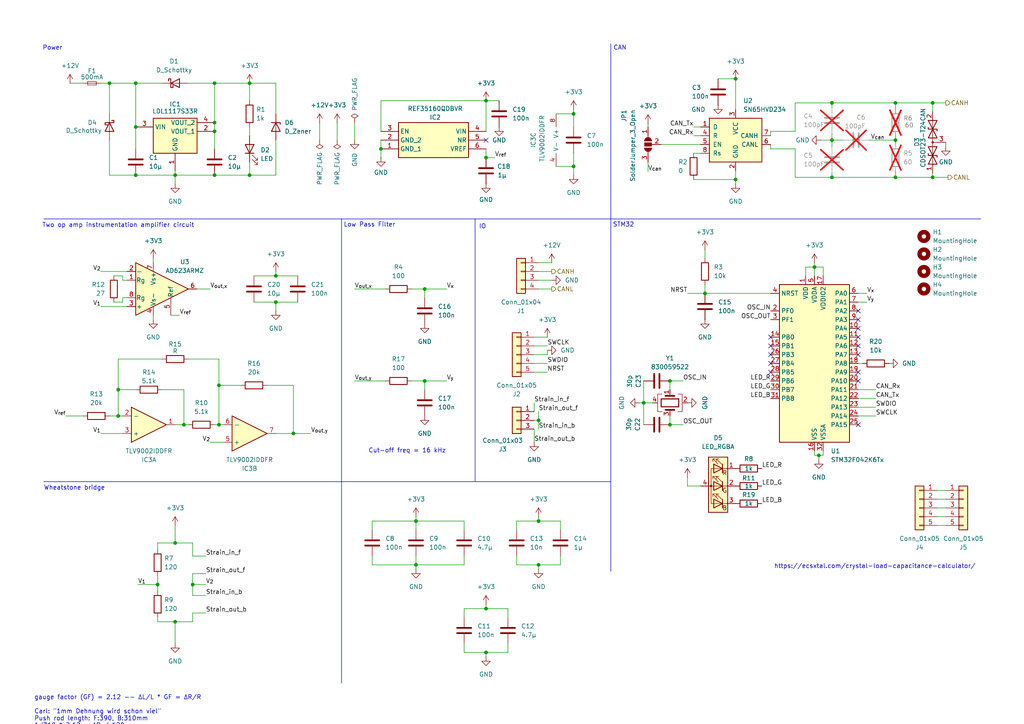
<source format=kicad_sch>
(kicad_sch
	(version 20231120)
	(generator "eeschema")
	(generator_version "8.0")
	(uuid "f8b6600d-b868-4177-9a19-9d3ea5a7ab39")
	(paper "A4")
	
	(junction
		(at 110.49 43.18)
		(diameter 0)
		(color 0 0 0 0)
		(uuid "0113b979-ae6c-4a78-addd-dd9086cd4f25")
	)
	(junction
		(at 120.65 163.83)
		(diameter 0)
		(color 0 0 0 0)
		(uuid "02636ae5-f5e7-48bf-a0d1-c67c747587fa")
	)
	(junction
		(at 237.49 132.08)
		(diameter 0)
		(color 0 0 0 0)
		(uuid "05fcef2d-9dc5-4eef-a6b3-cb266273c987")
	)
	(junction
		(at 62.23 50.8)
		(diameter 0)
		(color 0 0 0 0)
		(uuid "1274ab03-0e54-47dc-a354-b50c482e6800")
	)
	(junction
		(at 270.51 29.845)
		(diameter 0)
		(color 0 0 0 0)
		(uuid "18aab0ba-466c-44b3-ab6f-6a1ed7fe0afe")
	)
	(junction
		(at 39.37 36.83)
		(diameter 0)
		(color 0 0 0 0)
		(uuid "18f22e87-554e-4295-b07b-eb273fe0a1db")
	)
	(junction
		(at 72.39 24.13)
		(diameter 0)
		(color 0 0 0 0)
		(uuid "1c558620-1a98-420b-9444-5ad7f0359b56")
	)
	(junction
		(at 140.97 176.53)
		(diameter 0)
		(color 0 0 0 0)
		(uuid "2068c275-be4a-4ddc-9370-0aa09735babc")
	)
	(junction
		(at 123.19 83.82)
		(diameter 0)
		(color 0 0 0 0)
		(uuid "223cd497-0b94-4d9c-b5e2-168862fd1218")
	)
	(junction
		(at 34.29 120.65)
		(diameter 0)
		(color 0 0 0 0)
		(uuid "24aba9f3-f4f4-4ee6-ab2b-0e2d18dc1c91")
	)
	(junction
		(at 166.37 33.02)
		(diameter 0)
		(color 0 0 0 0)
		(uuid "29218050-3368-4a17-8156-6fcbcb4a527e")
	)
	(junction
		(at 166.37 48.26)
		(diameter 0)
		(color 0 0 0 0)
		(uuid "2f1e8d12-9fdf-4e3d-bd45-b7179341855c")
	)
	(junction
		(at 80.01 80.01)
		(diameter 0)
		(color 0 0 0 0)
		(uuid "2f694dea-cdc4-4dfb-a794-277657627dce")
	)
	(junction
		(at 213.36 22.86)
		(diameter 0)
		(color 0 0 0 0)
		(uuid "2f9f5215-e82d-4a84-b692-9090a2e3a715")
	)
	(junction
		(at 63.5 123.19)
		(diameter 0)
		(color 0 0 0 0)
		(uuid "388b71f3-24b5-42d6-b85e-811513639d97")
	)
	(junction
		(at 62.23 24.13)
		(diameter 0)
		(color 0 0 0 0)
		(uuid "3b3fd521-b43f-4ec9-a61a-bdad4bca688c")
	)
	(junction
		(at 120.65 151.13)
		(diameter 0)
		(color 0 0 0 0)
		(uuid "3f2f3144-da7f-4ef0-bea4-5b0d0d13fd1b")
	)
	(junction
		(at 85.09 125.73)
		(diameter 0)
		(color 0 0 0 0)
		(uuid "3f854f6e-057c-4835-a4df-3fc3838b8305")
	)
	(junction
		(at 34.29 113.03)
		(diameter 0)
		(color 0 0 0 0)
		(uuid "41269feb-ab3e-4360-86bb-de4dc59898c8")
	)
	(junction
		(at 50.8 157.48)
		(diameter 0)
		(color 0 0 0 0)
		(uuid "42578307-91be-4b18-bd8b-b3c4fd4a5a83")
	)
	(junction
		(at 62.23 38.1)
		(diameter 0)
		(color 0 0 0 0)
		(uuid "44c8823b-28ac-4513-9c88-389e5aa2a3b3")
	)
	(junction
		(at 39.37 50.8)
		(diameter 0)
		(color 0 0 0 0)
		(uuid "47ba72a5-4248-4eb6-8c32-01d0c37386c2")
	)
	(junction
		(at 204.47 85.09)
		(diameter 0)
		(color 0 0 0 0)
		(uuid "4a3f6074-2441-4dbb-9060-1f6521322b69")
	)
	(junction
		(at 53.34 123.19)
		(diameter 0)
		(color 0 0 0 0)
		(uuid "50948dc7-93c0-465d-ab1a-1db88ebb8594")
	)
	(junction
		(at 39.37 24.13)
		(diameter 0)
		(color 0 0 0 0)
		(uuid "53ddbd20-4971-4223-9330-8998a94ec2be")
	)
	(junction
		(at 241.3 40.64)
		(diameter 0)
		(color 0 0 0 0)
		(uuid "59324dc7-0930-4c87-a34c-04356d262356")
	)
	(junction
		(at 45.72 169.545)
		(diameter 0)
		(color 0 0 0 0)
		(uuid "59ef493a-90c8-487f-83e0-d3eb3e5f62f2")
	)
	(junction
		(at 140.97 45.72)
		(diameter 0)
		(color 0 0 0 0)
		(uuid "5bf45bd7-2a16-40d0-a149-2850a8188caa")
	)
	(junction
		(at 123.19 110.49)
		(diameter 0)
		(color 0 0 0 0)
		(uuid "604244db-04ca-4606-9a06-feac5a699bb3")
	)
	(junction
		(at 156.21 163.83)
		(diameter 0)
		(color 0 0 0 0)
		(uuid "608c0f87-740b-421b-b82b-596682e21913")
	)
	(junction
		(at 156.21 121.92)
		(diameter 0)
		(color 0 0 0 0)
		(uuid "63a4d68a-943d-4838-8f6f-0880a7127d75")
	)
	(junction
		(at 50.8 50.8)
		(diameter 0)
		(color 0 0 0 0)
		(uuid "6574a473-b1d9-470d-80ee-9fdf3fb4b41f")
	)
	(junction
		(at 31.75 24.13)
		(diameter 0)
		(color 0 0 0 0)
		(uuid "714a975b-3475-4259-948c-c306fb6e4177")
	)
	(junction
		(at 186.69 116.84)
		(diameter 0)
		(color 0 0 0 0)
		(uuid "764fcdba-d25d-4eee-915c-52e0c14de4df")
	)
	(junction
		(at 241.3 51.435)
		(diameter 0)
		(color 0 0 0 0)
		(uuid "8cddb896-25c8-45c4-9da8-9f4a22485cb6")
	)
	(junction
		(at 80.01 87.63)
		(diameter 0)
		(color 0 0 0 0)
		(uuid "8f88ce5c-bbe4-4933-92ad-0970284a6b45")
	)
	(junction
		(at 140.97 29.21)
		(diameter 0)
		(color 0 0 0 0)
		(uuid "90a85d0d-9be5-42b6-bf79-6111eb7d6e3d")
	)
	(junction
		(at 259.715 40.64)
		(diameter 0)
		(color 0 0 0 0)
		(uuid "971428a6-e6a3-428e-8996-3365e1415a7a")
	)
	(junction
		(at 156.21 151.13)
		(diameter 0)
		(color 0 0 0 0)
		(uuid "99845d11-7ec7-464f-9f0f-482eae093d4c")
	)
	(junction
		(at 140.97 189.23)
		(diameter 0)
		(color 0 0 0 0)
		(uuid "9e232b2f-2ab0-468b-9669-f57663f79ef7")
	)
	(junction
		(at 241.3 29.845)
		(diameter 0)
		(color 0 0 0 0)
		(uuid "affa2bdb-72df-41b6-9386-ac5839bc4c33")
	)
	(junction
		(at 55.88 169.545)
		(diameter 0)
		(color 0 0 0 0)
		(uuid "d06d7824-d899-492a-ae35-415b3eebf14b")
	)
	(junction
		(at 270.51 51.435)
		(diameter 0)
		(color 0 0 0 0)
		(uuid "dbe45813-95eb-48d7-81a3-962cd7ddbc04")
	)
	(junction
		(at 194.31 123.19)
		(diameter 0)
		(color 0 0 0 0)
		(uuid "debe2676-f69a-452d-8128-8a931bbd7b9e")
	)
	(junction
		(at 72.39 50.8)
		(diameter 0)
		(color 0 0 0 0)
		(uuid "e05dcd12-26d0-4f21-b15d-3699451334e4")
	)
	(junction
		(at 236.22 77.47)
		(diameter 0)
		(color 0 0 0 0)
		(uuid "e308ba93-7af4-45c6-a51f-d4d9b8d7cb7b")
	)
	(junction
		(at 50.8 180.34)
		(diameter 0)
		(color 0 0 0 0)
		(uuid "ea5b451f-7703-4d6c-857f-24711d0bfb20")
	)
	(junction
		(at 213.36 52.07)
		(diameter 0)
		(color 0 0 0 0)
		(uuid "ec86ed57-28f2-494f-8bd7-d1859c4d7aeb")
	)
	(junction
		(at 259.715 29.845)
		(diameter 0)
		(color 0 0 0 0)
		(uuid "f22c6796-88a6-4583-b5fb-10286df5dff5")
	)
	(junction
		(at 259.715 51.435)
		(diameter 0)
		(color 0 0 0 0)
		(uuid "f59fe935-3d90-45db-bf79-550fe3a27049")
	)
	(junction
		(at 63.5 111.76)
		(diameter 0)
		(color 0 0 0 0)
		(uuid "f9ab6fc7-b12d-4eff-8086-0a272832ba90")
	)
	(junction
		(at 62.23 35.56)
		(diameter 0)
		(color 0 0 0 0)
		(uuid "fab02c0a-ce37-40a3-b016-902294032dec")
	)
	(junction
		(at 194.31 110.49)
		(diameter 0)
		(color 0 0 0 0)
		(uuid "fffb8a15-a344-4a78-8726-789c7b35a907")
	)
	(no_connect
		(at 248.92 107.95)
		(uuid "011e21b3-b88d-48a0-9d5e-c901bd666664")
	)
	(no_connect
		(at 248.92 102.87)
		(uuid "2e3f0ee1-7a11-4d5f-abfb-ffde1fad48ac")
	)
	(no_connect
		(at 223.52 97.79)
		(uuid "3de57669-5315-4a25-a8eb-0ee6f377387a")
	)
	(no_connect
		(at 248.92 97.79)
		(uuid "4cb08239-7d61-4c53-848c-439b0236758b")
	)
	(no_connect
		(at 140.97 40.64)
		(uuid "54644852-1250-4726-9ec8-ada8de9d6f35")
	)
	(no_connect
		(at 223.52 102.87)
		(uuid "576c9c93-a1dc-46aa-8d59-ec64518b7b78")
	)
	(no_connect
		(at 223.52 100.33)
		(uuid "762b8d8d-a8ca-4b3e-8ff7-bbd012e14687")
	)
	(no_connect
		(at 248.92 90.17)
		(uuid "806ee23d-364e-4f82-b471-1fe5dc77d4ac")
	)
	(no_connect
		(at 248.92 92.71)
		(uuid "978aebbd-ccf9-43d0-aea5-fd0c751587c1")
	)
	(no_connect
		(at 248.92 110.49)
		(uuid "9dda198c-30f3-494f-8d56-3ca5ea66041e")
	)
	(no_connect
		(at 248.92 95.25)
		(uuid "b8233062-00c3-4336-b76d-bc355acc5921")
	)
	(no_connect
		(at 248.92 100.33)
		(uuid "bf95490b-5f80-4b63-9514-be8f71732242")
	)
	(no_connect
		(at 223.52 105.41)
		(uuid "d430a219-39ed-4a59-9bd6-bff0f7928992")
	)
	(no_connect
		(at 223.52 107.95)
		(uuid "fe44cb1b-97b2-43e8-9eb7-b332eb0062c4")
	)
	(no_connect
		(at 248.92 123.19)
		(uuid "fff99822-a65f-4e72-9759-c772dadeb206")
	)
	(wire
		(pts
			(xy 52.07 91.44) (xy 49.53 91.44)
		)
		(stroke
			(width 0)
			(type default)
		)
		(uuid "002b569b-193c-4073-9b83-093fc57c216c")
	)
	(wire
		(pts
			(xy 80.01 87.63) (xy 80.01 90.17)
		)
		(stroke
			(width 0)
			(type default)
		)
		(uuid "013202b2-a727-4751-ade1-1dc6256e77e0")
	)
	(wire
		(pts
			(xy 156.21 121.92) (xy 156.21 119.38)
		)
		(stroke
			(width 0)
			(type default)
		)
		(uuid "01996035-c410-4dfd-ba6e-57c14889d29e")
	)
	(wire
		(pts
			(xy 63.5 123.19) (xy 64.77 123.19)
		)
		(stroke
			(width 0)
			(type default)
		)
		(uuid "03cf31f4-a89b-4b47-834e-cb316a079ae8")
	)
	(wire
		(pts
			(xy 29.21 88.9) (xy 36.83 88.9)
		)
		(stroke
			(width 0)
			(type default)
		)
		(uuid "03e40dc0-7d1c-4bd7-ad66-c72d428e8588")
	)
	(wire
		(pts
			(xy 31.75 24.13) (xy 39.37 24.13)
		)
		(stroke
			(width 0)
			(type default)
		)
		(uuid "05c21496-2040-4273-bc27-cd6a300b478b")
	)
	(wire
		(pts
			(xy 62.23 50.8) (xy 50.8 50.8)
		)
		(stroke
			(width 0)
			(type default)
		)
		(uuid "063bad33-447b-4eec-8a86-60eb22fc1ae6")
	)
	(polyline
		(pts
			(xy 12.7 63.5) (xy 99.06 63.5)
		)
		(stroke
			(width 0)
			(type default)
		)
		(uuid "06e5fcf3-7a79-456b-9e2f-585370566cb8")
	)
	(wire
		(pts
			(xy 156.21 83.82) (xy 160.02 83.82)
		)
		(stroke
			(width 0)
			(type default)
		)
		(uuid "06f863bd-09fb-404b-bb84-6d24da4bced6")
	)
	(wire
		(pts
			(xy 161.29 48.26) (xy 166.37 48.26)
		)
		(stroke
			(width 0)
			(type default)
		)
		(uuid "081c33e7-32e7-47ea-ae00-fd4f7389becf")
	)
	(wire
		(pts
			(xy 63.5 111.76) (xy 63.5 104.14)
		)
		(stroke
			(width 0)
			(type default)
		)
		(uuid "0836748d-ddae-4121-b54f-6f77c7a22eff")
	)
	(wire
		(pts
			(xy 241.3 51.435) (xy 259.715 51.435)
		)
		(stroke
			(width 0)
			(type default)
		)
		(uuid "095b1cd1-9a0c-4002-89f1-b5b2cdd36522")
	)
	(wire
		(pts
			(xy 73.66 80.01) (xy 80.01 80.01)
		)
		(stroke
			(width 0)
			(type default)
		)
		(uuid "0c68411c-5b64-4939-8271-dafc20811513")
	)
	(wire
		(pts
			(xy 201.168 52.07) (xy 213.36 52.07)
		)
		(stroke
			(width 0)
			(type default)
		)
		(uuid "0c911aa3-c435-499e-9389-99cf5d2b2b9c")
	)
	(wire
		(pts
			(xy 147.32 189.23) (xy 147.32 186.69)
		)
		(stroke
			(width 0)
			(type default)
		)
		(uuid "0ce8dfc3-b7e4-4e1d-a601-2339048041c9")
	)
	(wire
		(pts
			(xy 241.427 29.845) (xy 241.427 29.718)
		)
		(stroke
			(width 0)
			(type default)
		)
		(uuid "0d4194ca-3726-4e15-8ee1-5df1bbd9cf3e")
	)
	(wire
		(pts
			(xy 44.45 74.93) (xy 44.45 76.2)
		)
		(stroke
			(width 0)
			(type default)
		)
		(uuid "0ddf33d9-33e6-4e10-af48-91607963e200")
	)
	(wire
		(pts
			(xy 140.97 45.72) (xy 140.97 43.18)
		)
		(stroke
			(width 0)
			(type default)
		)
		(uuid "0e059004-e4c6-443c-9ae9-d824401392f4")
	)
	(wire
		(pts
			(xy 204.47 72.39) (xy 204.47 74.93)
		)
		(stroke
			(width 0)
			(type default)
		)
		(uuid "0e1d89c7-9f47-4922-a602-fc1e86b0b19e")
	)
	(wire
		(pts
			(xy 201.168 36.83) (xy 203.2 36.83)
		)
		(stroke
			(width 0)
			(type default)
		)
		(uuid "0f5537fc-d328-4fd1-a1a3-1f83bddc76ec")
	)
	(wire
		(pts
			(xy 134.62 176.53) (xy 140.97 176.53)
		)
		(stroke
			(width 0)
			(type default)
		)
		(uuid "0f88d33a-72a9-4f30-aad1-8ffc47253642")
	)
	(wire
		(pts
			(xy 45.72 180.34) (xy 45.72 179.07)
		)
		(stroke
			(width 0)
			(type default)
		)
		(uuid "104e6e70-864a-4e5b-8b3e-6f752188f023")
	)
	(wire
		(pts
			(xy 59.69 161.29) (xy 55.88 161.29)
		)
		(stroke
			(width 0)
			(type default)
		)
		(uuid "126bc45f-61a2-4403-bafb-b98dd6e9be2e")
	)
	(wire
		(pts
			(xy 85.09 111.76) (xy 77.47 111.76)
		)
		(stroke
			(width 0)
			(type default)
		)
		(uuid "12c70ed5-7a7c-4673-977a-9074d9ae907f")
	)
	(wire
		(pts
			(xy 254 115.57) (xy 248.92 115.57)
		)
		(stroke
			(width 0)
			(type default)
		)
		(uuid "12dcbea1-3261-4fd0-8e4c-9bcdcdf9fa51")
	)
	(wire
		(pts
			(xy 55.88 177.8) (xy 55.88 180.34)
		)
		(stroke
			(width 0)
			(type default)
		)
		(uuid "1310dc17-41e6-4dea-9c15-cdb66a7a83da")
	)
	(wire
		(pts
			(xy 154.94 116.84) (xy 154.94 119.38)
		)
		(stroke
			(width 0)
			(type default)
		)
		(uuid "1325922d-4456-4e65-a339-6fb462a89576")
	)
	(wire
		(pts
			(xy 213.36 31.75) (xy 213.36 22.86)
		)
		(stroke
			(width 0)
			(type default)
		)
		(uuid "132dced9-bc89-44e4-8110-c9eadfa7c1e2")
	)
	(wire
		(pts
			(xy 107.95 153.67) (xy 107.95 151.13)
		)
		(stroke
			(width 0)
			(type default)
		)
		(uuid "15d351c6-00b0-40fb-9381-1f23c8a35151")
	)
	(wire
		(pts
			(xy 251.46 87.63) (xy 248.92 87.63)
		)
		(stroke
			(width 0)
			(type default)
		)
		(uuid "162f05f0-fdcb-4cf3-bc7b-82a0fb4dc163")
	)
	(wire
		(pts
			(xy 241.3 50.165) (xy 241.3 51.435)
		)
		(stroke
			(width 0)
			(type default)
		)
		(uuid "17c80241-ad75-4b36-b401-7697b6679a17")
	)
	(wire
		(pts
			(xy 186.69 116.84) (xy 189.23 116.84)
		)
		(stroke
			(width 0)
			(type default)
		)
		(uuid "18b95f29-5d3b-46e1-8278-34a9eb73cf73")
	)
	(wire
		(pts
			(xy 46.99 104.14) (xy 34.29 104.14)
		)
		(stroke
			(width 0)
			(type default)
		)
		(uuid "18db34b7-9ad5-4c45-ac7a-de65e5b10f34")
	)
	(wire
		(pts
			(xy 274.32 149.86) (xy 271.78 149.86)
		)
		(stroke
			(width 0)
			(type default)
		)
		(uuid "19f47de0-79b3-4420-8974-17818dc70da7")
	)
	(wire
		(pts
			(xy 72.39 46.99) (xy 72.39 50.8)
		)
		(stroke
			(width 0)
			(type default)
		)
		(uuid "1b596011-c73a-4822-b798-5a4033510421")
	)
	(wire
		(pts
			(xy 72.39 36.83) (xy 72.39 39.37)
		)
		(stroke
			(width 0)
			(type default)
		)
		(uuid "1c9b533d-b6b0-407d-8e84-162db6022663")
	)
	(wire
		(pts
			(xy 63.5 123.19) (xy 63.5 111.76)
		)
		(stroke
			(width 0)
			(type default)
		)
		(uuid "1cc1dde3-b26c-4361-bdb5-58652f848fe0")
	)
	(wire
		(pts
			(xy 213.36 52.07) (xy 213.36 53.34)
		)
		(stroke
			(width 0)
			(type default)
		)
		(uuid "1d89fe2c-9548-43c0-8776-e2e7dcdbf91b")
	)
	(wire
		(pts
			(xy 161.29 33.02) (xy 166.37 33.02)
		)
		(stroke
			(width 0)
			(type default)
		)
		(uuid "1da83e8d-ae21-43b8-9f85-7dcd00fa8c0e")
	)
	(polyline
		(pts
			(xy 99.06 63.5) (xy 99.06 198.12)
		)
		(stroke
			(width 0)
			(type default)
		)
		(uuid "1e150bea-a095-4860-8a7f-d8499367ddbc")
	)
	(wire
		(pts
			(xy 248.92 105.41) (xy 250.19 105.41)
		)
		(stroke
			(width 0)
			(type default)
		)
		(uuid "1ed35ed8-bfa9-42bc-8e68-7dc6f3016af2")
	)
	(wire
		(pts
			(xy 233.68 80.01) (xy 233.68 77.47)
		)
		(stroke
			(width 0)
			(type default)
		)
		(uuid "1f8a2569-8cf7-48fa-a888-7b62e6816d99")
	)
	(wire
		(pts
			(xy 241.3 40.64) (xy 244.475 40.64)
		)
		(stroke
			(width 0)
			(type default)
		)
		(uuid "204fd81c-f2a0-45b9-8a27-e13ae4452fcb")
	)
	(wire
		(pts
			(xy 194.31 120.65) (xy 194.31 123.19)
		)
		(stroke
			(width 0)
			(type default)
		)
		(uuid "20a69bd0-a796-4da6-acdc-21a226c20127")
	)
	(wire
		(pts
			(xy 236.22 130.81) (xy 236.22 132.08)
		)
		(stroke
			(width 0)
			(type default)
		)
		(uuid "20e58788-9604-4f53-88a5-e6c489e75ae9")
	)
	(polyline
		(pts
			(xy 99.06 139.7) (xy 177.165 139.7)
		)
		(stroke
			(width 0)
			(type default)
		)
		(uuid "23e43f90-4bda-4fa4-b933-7c5db8a8469a")
	)
	(wire
		(pts
			(xy 237.49 132.08) (xy 237.49 133.35)
		)
		(stroke
			(width 0)
			(type default)
		)
		(uuid "2421dcc1-b121-49f1-b83b-336e60dc130c")
	)
	(polyline
		(pts
			(xy 12.7 139.7) (xy 99.06 139.7)
		)
		(stroke
			(width 0)
			(type default)
		)
		(uuid "254fb170-8939-4346-b737-b2bf1807eac8")
	)
	(polyline
		(pts
			(xy 137.795 63.5) (xy 137.795 139.7)
		)
		(stroke
			(width 0)
			(type default)
		)
		(uuid "27a048a3-84ac-437a-a594-4a1fabeb99d0")
	)
	(wire
		(pts
			(xy 259.715 40.64) (xy 259.715 41.91)
		)
		(stroke
			(width 0)
			(type default)
		)
		(uuid "2947efbf-9a51-4392-94c7-5d2a2ad047ef")
	)
	(wire
		(pts
			(xy 156.21 124.46) (xy 156.21 121.92)
		)
		(stroke
			(width 0)
			(type default)
		)
		(uuid "29678603-54f2-4b67-adf0-1498856f0427")
	)
	(wire
		(pts
			(xy 140.97 29.21) (xy 140.97 38.1)
		)
		(stroke
			(width 0)
			(type default)
		)
		(uuid "2a159aeb-a156-4079-a8ad-68f07053ab08")
	)
	(wire
		(pts
			(xy 194.31 123.19) (xy 198.12 123.19)
		)
		(stroke
			(width 0)
			(type default)
		)
		(uuid "2a2292a9-2ad3-484e-8de6-a6d4f546661e")
	)
	(wire
		(pts
			(xy 248.92 120.65) (xy 254 120.65)
		)
		(stroke
			(width 0)
			(type default)
		)
		(uuid "2a5c6140-b454-4238-b3fa-bb175a7686ed")
	)
	(wire
		(pts
			(xy 140.97 176.53) (xy 147.32 176.53)
		)
		(stroke
			(width 0)
			(type default)
		)
		(uuid "2aa0ce68-9b67-44e5-908a-2a133d53b282")
	)
	(wire
		(pts
			(xy 274.32 142.24) (xy 271.78 142.24)
		)
		(stroke
			(width 0)
			(type default)
		)
		(uuid "2c6d7c59-bee0-4b60-9990-1b15fc142b58")
	)
	(wire
		(pts
			(xy 156.21 78.74) (xy 160.02 78.74)
		)
		(stroke
			(width 0)
			(type default)
		)
		(uuid "2c7568ad-643d-467a-87f3-08f0b73f8fa5")
	)
	(wire
		(pts
			(xy 259.715 39.37) (xy 259.715 40.64)
		)
		(stroke
			(width 0)
			(type default)
		)
		(uuid "2e17b979-0001-4a6f-a7e5-7a9f3e1a7b72")
	)
	(wire
		(pts
			(xy 166.37 33.02) (xy 166.37 36.83)
		)
		(stroke
			(width 0)
			(type default)
		)
		(uuid "316adbd1-99a5-4633-92c3-0703f8c8bd1c")
	)
	(wire
		(pts
			(xy 29.21 24.13) (xy 31.75 24.13)
		)
		(stroke
			(width 0)
			(type default)
		)
		(uuid "320c7e1c-3303-429d-9c0f-1a1fd378a2d8")
	)
	(wire
		(pts
			(xy 72.39 24.13) (xy 80.01 24.13)
		)
		(stroke
			(width 0)
			(type default)
		)
		(uuid "32501b11-7f5e-40fb-ae05-6e80de7aee01")
	)
	(wire
		(pts
			(xy 110.49 43.18) (xy 110.49 45.72)
		)
		(stroke
			(width 0)
			(type default)
		)
		(uuid "34a34465-7d06-400d-89a3-97e65bf7805c")
	)
	(polyline
		(pts
			(xy 177.165 63.5) (xy 177.165 165.735)
		)
		(stroke
			(width 0)
			(type default)
		)
		(uuid "3583523b-d8a5-474d-b216-275e019db74c")
	)
	(wire
		(pts
			(xy 274.32 147.32) (xy 271.78 147.32)
		)
		(stroke
			(width 0)
			(type default)
		)
		(uuid "3743591e-f91f-48e3-a407-f4c60aff1b04")
	)
	(wire
		(pts
			(xy 230.632 43.18) (xy 230.632 51.435)
		)
		(stroke
			(width 0)
			(type default)
		)
		(uuid "376f7c79-f0cd-4f85-952f-0208b2c2461c")
	)
	(wire
		(pts
			(xy 120.65 165.1) (xy 120.65 163.83)
		)
		(stroke
			(width 0)
			(type default)
		)
		(uuid "387a082b-1d5e-4623-a1a5-eec1ea844f5b")
	)
	(wire
		(pts
			(xy 119.38 110.49) (xy 123.19 110.49)
		)
		(stroke
			(width 0)
			(type default)
		)
		(uuid "395bd3a4-1bf8-4d77-9408-13505797f4f2")
	)
	(wire
		(pts
			(xy 62.23 24.13) (xy 54.61 24.13)
		)
		(stroke
			(width 0)
			(type default)
		)
		(uuid "41aedd68-caa4-4647-9016-9a536f40f869")
	)
	(wire
		(pts
			(xy 120.65 149.86) (xy 120.65 151.13)
		)
		(stroke
			(width 0)
			(type default)
		)
		(uuid "42db72ac-9a9b-483f-a4a0-b25ba839651d")
	)
	(wire
		(pts
			(xy 223.52 43.18) (xy 223.52 41.91)
		)
		(stroke
			(width 0)
			(type default)
		)
		(uuid "44458fcf-e717-42b4-94b6-f699e6aa5e32")
	)
	(wire
		(pts
			(xy 140.97 29.21) (xy 110.49 29.21)
		)
		(stroke
			(width 0)
			(type default)
		)
		(uuid "44c6a455-dd4f-4ebd-b1ce-a92d37a79308")
	)
	(wire
		(pts
			(xy 102.87 35.56) (xy 102.87 40.64)
		)
		(stroke
			(width 0)
			(type default)
		)
		(uuid "458519c6-0720-4a49-833a-c96c73d72eb0")
	)
	(wire
		(pts
			(xy 236.22 77.47) (xy 236.22 80.01)
		)
		(stroke
			(width 0)
			(type default)
		)
		(uuid "45c90e8a-1aa0-4034-8542-7a75d95d084b")
	)
	(wire
		(pts
			(xy 120.65 151.13) (xy 120.65 153.67)
		)
		(stroke
			(width 0)
			(type default)
		)
		(uuid "46026f39-bfc0-48e8-9cd9-a4bf4fdcc719")
	)
	(wire
		(pts
			(xy 270.51 29.845) (xy 259.715 29.845)
		)
		(stroke
			(width 0)
			(type default)
		)
		(uuid "4a396bcf-66e8-42da-aa9e-3f91156ead46")
	)
	(wire
		(pts
			(xy 270.51 29.845) (xy 274.32 29.845)
		)
		(stroke
			(width 0)
			(type default)
		)
		(uuid "4c97ac6d-ea4d-4a2b-8525-c847bb0f6b09")
	)
	(wire
		(pts
			(xy 166.37 31.75) (xy 166.37 33.02)
		)
		(stroke
			(width 0)
			(type default)
		)
		(uuid "4f322e14-60a3-4a93-8244-9fe62a5955d8")
	)
	(wire
		(pts
			(xy 149.86 153.67) (xy 149.86 151.13)
		)
		(stroke
			(width 0)
			(type default)
		)
		(uuid "4f82ae54-76dd-4469-8cca-35c95bf773b1")
	)
	(wire
		(pts
			(xy 236.22 76.2) (xy 236.22 77.47)
		)
		(stroke
			(width 0)
			(type default)
		)
		(uuid "4fa41436-6c9c-4b65-a2a8-5bb7d5784ac1")
	)
	(wire
		(pts
			(xy 102.87 110.49) (xy 111.76 110.49)
		)
		(stroke
			(width 0)
			(type default)
		)
		(uuid "51701b02-f6f0-4f68-bb72-821ae710d19e")
	)
	(wire
		(pts
			(xy 59.69 166.37) (xy 55.88 166.37)
		)
		(stroke
			(width 0)
			(type default)
		)
		(uuid "52b87047-26a9-49db-a9cc-881d5fe05a50")
	)
	(wire
		(pts
			(xy 134.62 186.69) (xy 134.62 189.23)
		)
		(stroke
			(width 0)
			(type default)
		)
		(uuid "56305bf8-57df-4d27-a8a6-6dbf45a25735")
	)
	(wire
		(pts
			(xy 45.72 159.385) (xy 45.72 157.48)
		)
		(stroke
			(width 0)
			(type default)
		)
		(uuid "58e81686-c857-4470-9f9b-398e8947ff08")
	)
	(wire
		(pts
			(xy 55.88 157.48) (xy 55.88 161.29)
		)
		(stroke
			(width 0)
			(type default)
		)
		(uuid "59c5f239-b5dc-406d-8feb-3e00fafd875f")
	)
	(wire
		(pts
			(xy 34.29 104.14) (xy 34.29 113.03)
		)
		(stroke
			(width 0)
			(type default)
		)
		(uuid "5a90dbde-0c42-4db1-94cf-3b93b58dc984")
	)
	(wire
		(pts
			(xy 73.66 87.63) (xy 80.01 87.63)
		)
		(stroke
			(width 0)
			(type default)
		)
		(uuid "5a978922-2244-4610-9ed1-7c8eec8787e6")
	)
	(wire
		(pts
			(xy 31.75 50.8) (xy 39.37 50.8)
		)
		(stroke
			(width 0)
			(type default)
		)
		(uuid "5c28fc97-a1c5-41d5-9085-2d9a73743a48")
	)
	(wire
		(pts
			(xy 123.19 83.82) (xy 123.19 86.36)
		)
		(stroke
			(width 0)
			(type default)
		)
		(uuid "5fa5515f-3b69-45c9-a7bc-56aa165bc91e")
	)
	(polyline
		(pts
			(xy 177.165 12.7) (xy 177.165 63.5)
		)
		(stroke
			(width 0)
			(type default)
		)
		(uuid "5fde731f-f99b-4659-a2f3-bd2cb335181c")
	)
	(wire
		(pts
			(xy 162.56 163.83) (xy 162.56 161.29)
		)
		(stroke
			(width 0)
			(type default)
		)
		(uuid "603e02e8-c534-4655-9ed6-49e53ae53953")
	)
	(wire
		(pts
			(xy 166.37 50.8) (xy 166.37 48.26)
		)
		(stroke
			(width 0)
			(type default)
		)
		(uuid "62352196-4480-4212-8a52-04c71f663fdd")
	)
	(wire
		(pts
			(xy 274.32 152.4) (xy 271.78 152.4)
		)
		(stroke
			(width 0)
			(type default)
		)
		(uuid "641d4a75-3097-4105-ae3d-091137ec1391")
	)
	(wire
		(pts
			(xy 62.23 24.13) (xy 62.23 35.56)
		)
		(stroke
			(width 0)
			(type default)
		)
		(uuid "6465069e-f1b2-4ecf-abe7-df549e3e25a1")
	)
	(wire
		(pts
			(xy 147.32 176.53) (xy 147.32 179.07)
		)
		(stroke
			(width 0)
			(type default)
		)
		(uuid "6472004c-be6b-4848-8e8a-041d61a50214")
	)
	(wire
		(pts
			(xy 238.76 132.08) (xy 238.76 130.81)
		)
		(stroke
			(width 0)
			(type default)
		)
		(uuid "6635867c-6b9d-4c26-b2e0-1eefc19f35f7")
	)
	(wire
		(pts
			(xy 156.21 149.86) (xy 156.21 151.13)
		)
		(stroke
			(width 0)
			(type default)
		)
		(uuid "6712d1cb-8cf1-4415-b264-38dbf2baae3e")
	)
	(wire
		(pts
			(xy 140.97 189.23) (xy 147.32 189.23)
		)
		(stroke
			(width 0)
			(type default)
		)
		(uuid "68311f9e-2b8a-4029-87e1-b828b957f949")
	)
	(wire
		(pts
			(xy 97.79 35.56) (xy 97.79 40.64)
		)
		(stroke
			(width 0)
			(type default)
		)
		(uuid "68e80d02-30bb-4992-9645-88a83eb28be3")
	)
	(wire
		(pts
			(xy 156.21 163.83) (xy 156.21 165.1)
		)
		(stroke
			(width 0)
			(type default)
		)
		(uuid "6941a1e4-fde9-4a22-b2b1-5d20bab42043")
	)
	(wire
		(pts
			(xy 110.49 29.21) (xy 110.49 38.1)
		)
		(stroke
			(width 0)
			(type default)
		)
		(uuid "69867d43-771f-44ed-bb50-f0c1a9a8fab1")
	)
	(wire
		(pts
			(xy 252.095 40.64) (xy 259.715 40.64)
		)
		(stroke
			(width 0)
			(type default)
		)
		(uuid "6a0e5d92-3f24-43ef-bf9b-bba4c8446950")
	)
	(wire
		(pts
			(xy 120.65 151.13) (xy 134.62 151.13)
		)
		(stroke
			(width 0)
			(type default)
		)
		(uuid "6a550cd0-8dec-453e-9042-14232bad69d6")
	)
	(wire
		(pts
			(xy 35.56 86.36) (xy 35.56 87.63)
		)
		(stroke
			(width 0)
			(type default)
		)
		(uuid "6beb2020-51ba-4481-9706-ab078667471b")
	)
	(wire
		(pts
			(xy 45.72 180.34) (xy 50.8 180.34)
		)
		(stroke
			(width 0)
			(type default)
		)
		(uuid "6c474314-fa19-40b6-a695-89e688a77dff")
	)
	(wire
		(pts
			(xy 204.47 85.09) (xy 223.52 85.09)
		)
		(stroke
			(width 0)
			(type default)
		)
		(uuid "6ca2ac6f-9e69-45f6-b007-3bbaecaab6e1")
	)
	(wire
		(pts
			(xy 72.39 24.13) (xy 72.39 29.21)
		)
		(stroke
			(width 0)
			(type default)
		)
		(uuid "6caa099b-59f8-486a-a4c0-0f89ef07f236")
	)
	(wire
		(pts
			(xy 80.01 78.74) (xy 80.01 80.01)
		)
		(stroke
			(width 0)
			(type default)
		)
		(uuid "6d415676-f979-4482-8439-1f97d9dbc1ff")
	)
	(wire
		(pts
			(xy 156.21 76.2) (xy 160.02 76.2)
		)
		(stroke
			(width 0)
			(type default)
		)
		(uuid "6f701bce-adad-4582-950d-25e5c2e53447")
	)
	(wire
		(pts
			(xy 55.88 169.545) (xy 59.69 169.545)
		)
		(stroke
			(width 0)
			(type default)
		)
		(uuid "709acf9a-fbdb-47fb-86df-0790a9b9d70f")
	)
	(wire
		(pts
			(xy 237.998 40.64) (xy 241.3 40.64)
		)
		(stroke
			(width 0)
			(type default)
		)
		(uuid "7238d858-9da9-45c0-9213-e59184585788")
	)
	(wire
		(pts
			(xy 19.05 120.65) (xy 24.13 120.65)
		)
		(stroke
			(width 0)
			(type default)
		)
		(uuid "75710b30-e851-4223-901d-6c6410da5559")
	)
	(wire
		(pts
			(xy 85.09 125.73) (xy 85.09 111.76)
		)
		(stroke
			(width 0)
			(type default)
		)
		(uuid "759e8376-ca0f-49fe-a0a3-941849fb77db")
	)
	(wire
		(pts
			(xy 270.51 51.435) (xy 274.955 51.435)
		)
		(stroke
			(width 0)
			(type default)
		)
		(uuid "76c26d6a-0fa5-4227-806c-365842650d0f")
	)
	(wire
		(pts
			(xy 80.01 50.8) (xy 72.39 50.8)
		)
		(stroke
			(width 0)
			(type default)
		)
		(uuid "7778c020-f444-4c2e-a304-cae94ffc0154")
	)
	(wire
		(pts
			(xy 154.94 121.92) (xy 156.21 121.92)
		)
		(stroke
			(width 0)
			(type default)
		)
		(uuid "7b94120f-e58f-423d-9db3-b73f0fab24f8")
	)
	(wire
		(pts
			(xy 134.62 163.83) (xy 134.62 161.29)
		)
		(stroke
			(width 0)
			(type default)
		)
		(uuid "7bab9181-e488-4a58-98b2-755a152ce61a")
	)
	(wire
		(pts
			(xy 107.95 151.13) (xy 120.65 151.13)
		)
		(stroke
			(width 0)
			(type default)
		)
		(uuid "7bfcbe3a-c203-49f7-bf94-c2d0b30b048e")
	)
	(wire
		(pts
			(xy 45.72 157.48) (xy 50.8 157.48)
		)
		(stroke
			(width 0)
			(type default)
		)
		(uuid "7cf74372-fc75-4a2c-9efe-7e97ec09b893")
	)
	(wire
		(pts
			(xy 50.8 49.53) (xy 50.8 50.8)
		)
		(stroke
			(width 0)
			(type default)
		)
		(uuid "7d6035a0-44fd-461f-a127-07d2fdcb539d")
	)
	(wire
		(pts
			(xy 156.21 151.13) (xy 162.56 151.13)
		)
		(stroke
			(width 0)
			(type default)
		)
		(uuid "7d6d6e4a-b6d4-49df-9526-f47d055eba87")
	)
	(wire
		(pts
			(xy 107.95 161.29) (xy 107.95 163.83)
		)
		(stroke
			(width 0)
			(type default)
		)
		(uuid "7eebbf57-95a2-428a-87c2-e05d8c9ab596")
	)
	(wire
		(pts
			(xy 50.8 180.34) (xy 55.88 180.34)
		)
		(stroke
			(width 0)
			(type default)
		)
		(uuid "7fef7447-08ce-450c-873d-60c8eef3bb54")
	)
	(wire
		(pts
			(xy 39.37 113.03) (xy 34.29 113.03)
		)
		(stroke
			(width 0)
			(type default)
		)
		(uuid "80eea628-a404-4798-85cd-c8b299c2e072")
	)
	(wire
		(pts
			(xy 34.29 120.65) (xy 35.56 120.65)
		)
		(stroke
			(width 0)
			(type default)
		)
		(uuid "821479b5-28c5-4d87-96c1-ad25fcc29ba5")
	)
	(wire
		(pts
			(xy 53.34 113.03) (xy 53.34 123.19)
		)
		(stroke
			(width 0)
			(type default)
		)
		(uuid "85aea282-cd77-47d6-8472-9255a16213f3")
	)
	(wire
		(pts
			(xy 223.52 43.18) (xy 230.632 43.18)
		)
		(stroke
			(width 0)
			(type default)
		)
		(uuid "85c30127-3cf3-4e78-8e5a-7937005e6f73")
	)
	(wire
		(pts
			(xy 187.96 46.99) (xy 187.96 49.784)
		)
		(stroke
			(width 0)
			(type default)
		)
		(uuid "899bf97a-8757-4ee8-8d0a-f79ea2770819")
	)
	(wire
		(pts
			(xy 62.23 35.56) (xy 62.23 38.1)
		)
		(stroke
			(width 0)
			(type default)
		)
		(uuid "8b220399-1ce2-4e96-9893-cff77ce36286")
	)
	(wire
		(pts
			(xy 233.68 77.47) (xy 236.22 77.47)
		)
		(stroke
			(width 0)
			(type default)
		)
		(uuid "8be657de-2b3f-4e43-8ef6-ab0885e9e2fa")
	)
	(wire
		(pts
			(xy 120.65 161.29) (xy 120.65 163.83)
		)
		(stroke
			(width 0)
			(type default)
		)
		(uuid "8ea6e887-f7d4-47e4-88a0-8a96fe04cf32")
	)
	(wire
		(pts
			(xy 274.32 144.78) (xy 271.78 144.78)
		)
		(stroke
			(width 0)
			(type default)
		)
		(uuid "8feff384-afd1-4b25-b9fe-033cc26e2706")
	)
	(wire
		(pts
			(xy 149.86 161.29) (xy 149.86 163.83)
		)
		(stroke
			(width 0)
			(type default)
		)
		(uuid "908f5b7c-91b7-483d-b587-7ddc9176ec65")
	)
	(wire
		(pts
			(xy 110.49 40.64) (xy 110.49 43.18)
		)
		(stroke
			(width 0)
			(type default)
		)
		(uuid "90db6e3f-dda2-4216-93bb-d867849a3fde")
	)
	(wire
		(pts
			(xy 29.21 125.73) (xy 35.56 125.73)
		)
		(stroke
			(width 0)
			(type default)
		)
		(uuid "9115be0d-d37f-470b-bb3f-35ce1d989f22")
	)
	(wire
		(pts
			(xy 69.85 111.76) (xy 63.5 111.76)
		)
		(stroke
			(width 0)
			(type default)
		)
		(uuid "937917d0-dca9-4e00-9e1c-a99d3cfc9699")
	)
	(wire
		(pts
			(xy 50.8 123.19) (xy 53.34 123.19)
		)
		(stroke
			(width 0)
			(type default)
		)
		(uuid "93c231a9-cc74-49fc-a832-13bf3b5d2501")
	)
	(wire
		(pts
			(xy 248.92 85.09) (xy 251.46 85.09)
		)
		(stroke
			(width 0)
			(type default)
		)
		(uuid "93d0469f-82bb-429a-9ea3-f171d0dc6574")
	)
	(wire
		(pts
			(xy 123.19 110.49) (xy 123.19 113.03)
		)
		(stroke
			(width 0)
			(type default)
		)
		(uuid "943e6621-fda7-4e60-9a64-248ab989339e")
	)
	(wire
		(pts
			(xy 241.3 38.735) (xy 241.3 40.64)
		)
		(stroke
			(width 0)
			(type default)
		)
		(uuid "94f16936-1fea-40b4-8a2b-d19a44e8f4ff")
	)
	(wire
		(pts
			(xy 55.88 169.545) (xy 55.88 172.72)
		)
		(stroke
			(width 0)
			(type default)
		)
		(uuid "959e0f14-6a36-4495-b02e-7ccd361d2717")
	)
	(wire
		(pts
			(xy 134.62 179.07) (xy 134.62 176.53)
		)
		(stroke
			(width 0)
			(type default)
		)
		(uuid "96038f6e-3cb2-47bb-8b30-14c1cdc88481")
	)
	(wire
		(pts
			(xy 55.88 177.8) (xy 59.69 177.8)
		)
		(stroke
			(width 0)
			(type default)
		)
		(uuid "9e77a6d7-1b17-4ffa-a877-82b523e28942")
	)
	(wire
		(pts
			(xy 154.94 107.95) (xy 158.75 107.95)
		)
		(stroke
			(width 0)
			(type default)
		)
		(uuid "9f749afb-1c5d-4d65-944b-937240cf5973")
	)
	(wire
		(pts
			(xy 270.51 50.165) (xy 270.51 51.435)
		)
		(stroke
			(width 0)
			(type default)
		)
		(uuid "a2b90846-3dbc-4c4a-8892-6c2d9a1fdc82")
	)
	(wire
		(pts
			(xy 154.94 105.41) (xy 158.75 105.41)
		)
		(stroke
			(width 0)
			(type default)
		)
		(uuid "a3d90e26-f77e-46b1-a70c-39d9c37d96a7")
	)
	(wire
		(pts
			(xy 140.97 29.21) (xy 144.78 29.21)
		)
		(stroke
			(width 0)
			(type default)
		)
		(uuid "a431a2bc-af5e-4adf-a79a-95ad52576f7e")
	)
	(wire
		(pts
			(xy 46.99 24.13) (xy 39.37 24.13)
		)
		(stroke
			(width 0)
			(type default)
		)
		(uuid "a6ad502b-56c6-47e0-b3a2-671b1b517282")
	)
	(wire
		(pts
			(xy 50.8 50.8) (xy 50.8 53.34)
		)
		(stroke
			(width 0)
			(type default)
		)
		(uuid "a7c5373f-7395-4dfc-80b5-ed6f15d7ad13")
	)
	(wire
		(pts
			(xy 143.51 45.72) (xy 140.97 45.72)
		)
		(stroke
			(width 0)
			(type default)
		)
		(uuid "a867a866-2e05-4d57-ae99-ea8fe4b9eeb3")
	)
	(wire
		(pts
			(xy 140.97 175.26) (xy 140.97 176.53)
		)
		(stroke
			(width 0)
			(type default)
		)
		(uuid "a86ec96b-4ac7-4f76-86c8-0f18e7c0667d")
	)
	(wire
		(pts
			(xy 31.75 120.65) (xy 34.29 120.65)
		)
		(stroke
			(width 0)
			(type default)
		)
		(uuid "a9626274-6a7b-49cd-85d7-febaa255a077")
	)
	(wire
		(pts
			(xy 120.65 163.83) (xy 134.62 163.83)
		)
		(stroke
			(width 0)
			(type default)
		)
		(uuid "a9a5d14e-9ae3-4bfa-ab83-e05d0cf5f292")
	)
	(wire
		(pts
			(xy 199.39 85.09) (xy 204.47 85.09)
		)
		(stroke
			(width 0)
			(type default)
		)
		(uuid "a9fb4f29-eaff-4eae-9edd-ae1d74a6010f")
	)
	(wire
		(pts
			(xy 199.39 140.97) (xy 203.2 140.97)
		)
		(stroke
			(width 0)
			(type default)
		)
		(uuid "ac4a597b-27b6-4dbb-bcc9-36b4548f17de")
	)
	(polyline
		(pts
			(xy 99.06 63.5) (xy 284.48 63.5)
		)
		(stroke
			(width 0)
			(type default)
		)
		(uuid "ad686be9-2281-4c7b-859e-59d0043d3f61")
	)
	(wire
		(pts
			(xy 241.3 29.845) (xy 241.3 29.718)
		)
		(stroke
			(width 0)
			(type default)
		)
		(uuid "aed2f8f2-1388-4b18-b671-f755c45854ad")
	)
	(wire
		(pts
			(xy 223.52 38.1) (xy 223.52 39.37)
		)
		(stroke
			(width 0)
			(type default)
		)
		(uuid "af279d85-8bca-46ed-9368-db5e41057a68")
	)
	(wire
		(pts
			(xy 208.28 22.86) (xy 213.36 22.86)
		)
		(stroke
			(width 0)
			(type default)
		)
		(uuid "af2d1f34-1219-4d28-aa06-5ab291fddfed")
	)
	(wire
		(pts
			(xy 45.72 171.45) (xy 45.72 169.545)
		)
		(stroke
			(width 0)
			(type default)
		)
		(uuid "af2e8e55-93d9-40a5-83af-21ac1cf8c292")
	)
	(wire
		(pts
			(xy 186.69 110.49) (xy 186.69 116.84)
		)
		(stroke
			(width 0)
			(type default)
		)
		(uuid "af5f3576-b737-48b5-bc32-28204487d84b")
	)
	(wire
		(pts
			(xy 162.56 151.13) (xy 162.56 153.67)
		)
		(stroke
			(width 0)
			(type default)
		)
		(uuid "b14a2e6b-5e1b-400a-8b4e-e5f46b89a603")
	)
	(wire
		(pts
			(xy 50.8 152.4) (xy 50.8 157.48)
		)
		(stroke
			(width 0)
			(type default)
		)
		(uuid "b3923c70-6cf3-4117-97c6-65a27abd44e0")
	)
	(wire
		(pts
			(xy 241.3 29.845) (xy 241.3 31.115)
		)
		(stroke
			(width 0)
			(type default)
		)
		(uuid "b430c903-2280-4e44-9983-c63738279235")
	)
	(wire
		(pts
			(xy 194.31 110.49) (xy 194.31 113.03)
		)
		(stroke
			(width 0)
			(type default)
		)
		(uuid "b63a87eb-2ab5-4930-b3a4-5a68e2a54d8a")
	)
	(wire
		(pts
			(xy 198.12 110.49) (xy 194.31 110.49)
		)
		(stroke
			(width 0)
			(type default)
		)
		(uuid "b6cf5647-7f3c-4a03-97fa-3df56dfa05f1")
	)
	(wire
		(pts
			(xy 186.69 116.84) (xy 186.69 123.19)
		)
		(stroke
			(width 0)
			(type default)
		)
		(uuid "b98cc454-ffe4-42d4-86b1-9517f4da9f96")
	)
	(wire
		(pts
			(xy 259.715 51.435) (xy 270.51 51.435)
		)
		(stroke
			(width 0)
			(type default)
		)
		(uuid "baa33a10-12f9-44b6-82ef-c638063aa86f")
	)
	(wire
		(pts
			(xy 154.94 124.46) (xy 154.94 128.27)
		)
		(stroke
			(width 0)
			(type default)
		)
		(uuid "bae8c7df-20f7-4726-b8a3-f85dd81f22f5")
	)
	(wire
		(pts
			(xy 80.01 33.02) (xy 80.01 24.13)
		)
		(stroke
			(width 0)
			(type default)
		)
		(uuid "bafccd30-fdb0-4006-afbe-7788f8035b88")
	)
	(wire
		(pts
			(xy 158.75 102.87) (xy 154.94 102.87)
		)
		(stroke
			(width 0)
			(type default)
		)
		(uuid "bb649bf8-982a-45c8-a411-3415eea0a54b")
	)
	(wire
		(pts
			(xy 154.94 100.33) (xy 158.75 100.33)
		)
		(stroke
			(width 0)
			(type default)
		)
		(uuid "bc6805b8-6a36-4bd9-8518-9f5797078f0b")
	)
	(wire
		(pts
			(xy 270.51 29.845) (xy 270.51 32.385)
		)
		(stroke
			(width 0)
			(type default)
		)
		(uuid "bc75f8c0-2548-4d98-9b00-72af9a81fbb2")
	)
	(wire
		(pts
			(xy 45.72 169.545) (xy 45.72 167.005)
		)
		(stroke
			(width 0)
			(type default)
		)
		(uuid "be4db4e3-e31c-4d3b-80af-58f3e0e9000a")
	)
	(wire
		(pts
			(xy 39.37 24.13) (xy 39.37 36.83)
		)
		(stroke
			(width 0)
			(type default)
		)
		(uuid "be4f6ea2-bd45-40ca-be07-6d77ad13f052")
	)
	(wire
		(pts
			(xy 80.01 125.73) (xy 85.09 125.73)
		)
		(stroke
			(width 0)
			(type default)
		)
		(uuid "c149fbef-8812-4ba4-9584-11ee57b3815a")
	)
	(wire
		(pts
			(xy 201.168 39.37) (xy 203.2 39.37)
		)
		(stroke
			(width 0)
			(type default)
		)
		(uuid "c20e7305-592c-4c94-8439-aa6332cb546c")
	)
	(wire
		(pts
			(xy 149.86 163.83) (xy 156.21 163.83)
		)
		(stroke
			(width 0)
			(type default)
		)
		(uuid "c33658a3-b14a-43de-964a-462aa52bb1b5")
	)
	(wire
		(pts
			(xy 156.21 81.28) (xy 160.02 81.28)
		)
		(stroke
			(width 0)
			(type default)
		)
		(uuid "c4c9e099-4071-4b4d-bab2-43eb94c0cffa")
	)
	(wire
		(pts
			(xy 248.92 118.11) (xy 254 118.11)
		)
		(stroke
			(width 0)
			(type default)
		)
		(uuid "c5e6e6f5-df9c-4f24-a55b-337ab38ad6ca")
	)
	(wire
		(pts
			(xy 34.29 113.03) (xy 34.29 120.65)
		)
		(stroke
			(width 0)
			(type default)
		)
		(uuid "c66d4237-2936-43d2-9f8c-22c3099d01c7")
	)
	(wire
		(pts
			(xy 44.45 92.71) (xy 44.45 91.44)
		)
		(stroke
			(width 0)
			(type default)
		)
		(uuid "c67263f4-5228-4827-ba5e-79e832c43977")
	)
	(wire
		(pts
			(xy 20.32 24.13) (xy 24.13 24.13)
		)
		(stroke
			(width 0)
			(type default)
		)
		(uuid "c75dc7df-0425-417c-b72b-846a539289b3")
	)
	(wire
		(pts
			(xy 102.87 83.82) (xy 111.76 83.82)
		)
		(stroke
			(width 0)
			(type default)
		)
		(uuid "c8663129-76cf-4674-b7f9-191e00f81e49")
	)
	(wire
		(pts
			(xy 156.21 163.83) (xy 162.56 163.83)
		)
		(stroke
			(width 0)
			(type default)
		)
		(uuid "c8817182-5167-4663-8e13-af28cba1fd4e")
	)
	(wire
		(pts
			(xy 241.427 29.845) (xy 259.715 29.845)
		)
		(stroke
			(width 0)
			(type default)
		)
		(uuid "ca560882-add3-45f5-ab7a-39f8cf963045")
	)
	(wire
		(pts
			(xy 33.02 80.01) (xy 35.56 80.01)
		)
		(stroke
			(width 0)
			(type default)
		)
		(uuid "caca54ae-c4db-43e3-b1f1-abbfa6334d20")
	)
	(wire
		(pts
			(xy 241.3 40.64) (xy 241.3 42.545)
		)
		(stroke
			(width 0)
			(type default)
		)
		(uuid "cb14c24c-61fe-4ed2-b1ee-19206ee0ae8f")
	)
	(wire
		(pts
			(xy 204.47 82.55) (xy 204.47 85.09)
		)
		(stroke
			(width 0)
			(type default)
		)
		(uuid "cb21641e-bc77-4f92-a524-93af9b0a799a")
	)
	(wire
		(pts
			(xy 134.62 151.13) (xy 134.62 153.67)
		)
		(stroke
			(width 0)
			(type default)
		)
		(uuid "cb59c4de-3987-4eaa-8da2-3d7053fd14d0")
	)
	(wire
		(pts
			(xy 238.76 77.47) (xy 238.76 80.01)
		)
		(stroke
			(width 0)
			(type default)
		)
		(uuid "cc8ac6e1-d47c-42d0-ae96-ea7eee8dc98b")
	)
	(wire
		(pts
			(xy 50.8 180.34) (xy 50.8 186.69)
		)
		(stroke
			(width 0)
			(type default)
		)
		(uuid "cd9bdbc0-b0ec-451f-af90-bc248ef50de3")
	)
	(wire
		(pts
			(xy 134.62 189.23) (xy 140.97 189.23)
		)
		(stroke
			(width 0)
			(type default)
		)
		(uuid "cff60349-33c3-45a9-bc07-ec8056687f88")
	)
	(wire
		(pts
			(xy 187.96 35.814) (xy 187.96 36.83)
		)
		(stroke
			(width 0)
			(type default)
		)
		(uuid "d22ea530-7190-4c08-9e8d-44c6703c2a63")
	)
	(wire
		(pts
			(xy 140.97 189.23) (xy 140.97 190.5)
		)
		(stroke
			(width 0)
			(type default)
		)
		(uuid "d2f4682f-1802-4598-b86a-e64d45d13b79")
	)
	(wire
		(pts
			(xy 199.39 138.43) (xy 199.39 140.97)
		)
		(stroke
			(width 0)
			(type default)
		)
		(uuid "d34a1c3a-9feb-4a5f-a3ed-9881520231bb")
	)
	(wire
		(pts
			(xy 55.88 172.72) (xy 59.69 172.72)
		)
		(stroke
			(width 0)
			(type default)
		)
		(uuid "d6704434-5e86-4c28-8779-7a16519277ea")
	)
	(wire
		(pts
			(xy 166.37 48.26) (xy 166.37 44.45)
		)
		(stroke
			(width 0)
			(type default)
		)
		(uuid "d6eec25d-bb7f-46d8-8d36-f66d8380748a")
	)
	(wire
		(pts
			(xy 119.38 83.82) (xy 123.19 83.82)
		)
		(stroke
			(width 0)
			(type default)
		)
		(uuid "d721572a-473d-4093-a61e-e55fd2ef00ba")
	)
	(wire
		(pts
			(xy 46.99 113.03) (xy 53.34 113.03)
		)
		(stroke
			(width 0)
			(type default)
		)
		(uuid "d7fc732b-9dce-42cb-8fae-cac889807998")
	)
	(wire
		(pts
			(xy 123.19 110.49) (xy 129.54 110.49)
		)
		(stroke
			(width 0)
			(type default)
		)
		(uuid "d87a9149-aaef-4d42-99b7-ce8fe45093ae")
	)
	(wire
		(pts
			(xy 39.37 50.8) (xy 50.8 50.8)
		)
		(stroke
			(width 0)
			(type default)
		)
		(uuid "d8819ea2-88cc-4b88-8293-d5f92ff2f2f1")
	)
	(wire
		(pts
			(xy 158.75 101.6) (xy 158.75 102.87)
		)
		(stroke
			(width 0)
			(type default)
		)
		(uuid "d9b2b518-5c68-45c7-bc7c-64cb9c251080")
	)
	(wire
		(pts
			(xy 274.32 41.275) (xy 274.32 42.545)
		)
		(stroke
			(width 0)
			(type default)
		)
		(uuid "dafcc277-673d-4f8c-87dc-024697fa9166")
	)
	(wire
		(pts
			(xy 35.56 81.28) (xy 35.56 80.01)
		)
		(stroke
			(width 0)
			(type default)
		)
		(uuid "dca40203-6b6e-4c48-af7d-4a6893d8f72a")
	)
	(wire
		(pts
			(xy 254 113.03) (xy 248.92 113.03)
		)
		(stroke
			(width 0)
			(type default)
		)
		(uuid "dcf3e30f-bc7f-4738-a015-136474fda94a")
	)
	(wire
		(pts
			(xy 236.22 132.08) (xy 237.49 132.08)
		)
		(stroke
			(width 0)
			(type default)
		)
		(uuid "ded84bc7-27e3-4aa1-8f6a-3fdd7da15708")
	)
	(wire
		(pts
			(xy 185.42 116.84) (xy 186.69 116.84)
		)
		(stroke
			(width 0)
			(type default)
		)
		(uuid "e1f4cc40-3b7a-4bc4-8e07-b1fd0caec31b")
	)
	(wire
		(pts
			(xy 36.83 81.28) (xy 35.56 81.28)
		)
		(stroke
			(width 0)
			(type default)
		)
		(uuid "e207094a-92a4-49ff-bc6d-068bdf042425")
	)
	(wire
		(pts
			(xy 230.632 29.845) (xy 230.632 38.1)
		)
		(stroke
			(width 0)
			(type default)
		)
		(uuid "e25c43c1-2fbf-43ae-982c-dc600cb3937c")
	)
	(wire
		(pts
			(xy 223.52 38.1) (xy 230.632 38.1)
		)
		(stroke
			(width 0)
			(type default)
		)
		(uuid "e2e22f23-c580-4872-b31b-a0d37f4e9cbe")
	)
	(wire
		(pts
			(xy 72.39 50.8) (xy 62.23 50.8)
		)
		(stroke
			(width 0)
			(type default)
		)
		(uuid "e2f43658-0e2e-4880-8956-fc9a99a23b74")
	)
	(wire
		(pts
			(xy 60.96 128.27) (xy 64.77 128.27)
		)
		(stroke
			(width 0)
			(type default)
		)
		(uuid "e3a898c8-7769-4af6-a9c3-7cd5cd99c9eb")
	)
	(wire
		(pts
			(xy 80.01 80.01) (xy 86.36 80.01)
		)
		(stroke
			(width 0)
			(type default)
		)
		(uuid "e4f87eaf-a02b-4e17-8db0-088e6388d6c0")
	)
	(wire
		(pts
			(xy 62.23 123.19) (xy 63.5 123.19)
		)
		(stroke
			(width 0)
			(type default)
		)
		(uuid "e50a9540-c5f5-4fe1-9738-a882985b3fe8")
	)
	(wire
		(pts
			(xy 80.01 87.63) (xy 86.36 87.63)
		)
		(stroke
			(width 0)
			(type default)
		)
		(uuid "e5a2eced-5d24-4f2c-8ead-0892c1abf973")
	)
	(wire
		(pts
			(xy 201.168 44.45) (xy 203.2 44.45)
		)
		(stroke
			(width 0)
			(type default)
		)
		(uuid "e710a954-cdcc-4c3a-a7c2-ab3aee778247")
	)
	(wire
		(pts
			(xy 39.37 36.83) (xy 39.37 43.18)
		)
		(stroke
			(width 0)
			(type default)
		)
		(uuid "e80b9799-f688-4ba5-9fca-5dd55e2bafa2")
	)
	(wire
		(pts
			(xy 236.22 77.47) (xy 238.76 77.47)
		)
		(stroke
			(width 0)
			(type default)
		)
		(uuid "e8ab8fb4-5be9-4b18-8d72-643c6f523c50")
	)
	(wire
		(pts
			(xy 80.01 40.64) (xy 80.01 50.8)
		)
		(stroke
			(width 0)
			(type default)
		)
		(uuid "e900796d-4ab6-48b3-a00e-bb184a3354c7")
	)
	(wire
		(pts
			(xy 50.8 157.48) (xy 55.88 157.48)
		)
		(stroke
			(width 0)
			(type default)
		)
		(uuid "ea4d0fc3-1ff1-4457-b4de-fa696c6ddb97")
	)
	(wire
		(pts
			(xy 230.632 29.845) (xy 241.3 29.845)
		)
		(stroke
			(width 0)
			(type default)
		)
		(uuid "ec1d04ba-3e24-4eb7-9723-59cabca092f7")
	)
	(wire
		(pts
			(xy 213.36 49.53) (xy 213.36 52.07)
		)
		(stroke
			(width 0)
			(type default)
		)
		(uuid "ec6717b6-0b89-4260-a32e-9a6dc62d3a4b")
	)
	(wire
		(pts
			(xy 259.715 29.845) (xy 259.715 31.75)
		)
		(stroke
			(width 0)
			(type default)
		)
		(uuid "ecc1128a-4b91-4703-860b-25c5faa0925e")
	)
	(wire
		(pts
			(xy 62.23 38.1) (xy 62.23 43.18)
		)
		(stroke
			(width 0)
			(type default)
		)
		(uuid "ece7e0e5-c4d5-42da-933a-4e4428f44d7f")
	)
	(wire
		(pts
			(xy 154.94 97.79) (xy 158.75 97.79)
		)
		(stroke
			(width 0)
			(type default)
		)
		(uuid "eed27d2f-7d6d-4077-b971-213c0e716ad2")
	)
	(wire
		(pts
			(xy 31.75 40.64) (xy 31.75 50.8)
		)
		(stroke
			(width 0)
			(type default)
		)
		(uuid "ef51500f-e90c-459a-8312-a5c8e2269db5")
	)
	(wire
		(pts
			(xy 85.09 125.73) (xy 90.17 125.73)
		)
		(stroke
			(width 0)
			(type default)
		)
		(uuid "ef699428-217a-473b-8784-16ea3a5e0005")
	)
	(wire
		(pts
			(xy 123.19 83.82) (xy 129.54 83.82)
		)
		(stroke
			(width 0)
			(type default)
		)
		(uuid "f0297ec5-1ae2-4e74-9138-19518244ebeb")
	)
	(wire
		(pts
			(xy 259.715 49.53) (xy 259.715 51.435)
		)
		(stroke
			(width 0)
			(type default)
		)
		(uuid "f03edfd8-87ba-4b15-a981-dde5a3b52686")
	)
	(wire
		(pts
			(xy 40.005 169.545) (xy 45.72 169.545)
		)
		(stroke
			(width 0)
			(type default)
		)
		(uuid "f1dd29d9-4ae0-4474-afbd-22b2047e3282")
	)
	(wire
		(pts
			(xy 29.21 78.74) (xy 36.83 78.74)
		)
		(stroke
			(width 0)
			(type default)
		)
		(uuid "f2e422de-156e-48a9-a48c-23caf0f9afd6")
	)
	(wire
		(pts
			(xy 230.632 51.435) (xy 241.3 51.435)
		)
		(stroke
			(width 0)
			(type default)
		)
		(uuid "f30be606-010b-42f2-b39f-4752bb9730d6")
	)
	(wire
		(pts
			(xy 55.88 166.37) (xy 55.88 169.545)
		)
		(stroke
			(width 0)
			(type default)
		)
		(uuid "f49f7a6f-2b36-458c-bce1-7208606fb23d")
	)
	(wire
		(pts
			(xy 241.427 29.718) (xy 241.3 29.718)
		)
		(stroke
			(width 0)
			(type default)
		)
		(uuid "f54cd9b4-d93f-4d9e-a78a-4042ba1f6ad7")
	)
	(wire
		(pts
			(xy 92.71 35.56) (xy 92.71 40.64)
		)
		(stroke
			(width 0)
			(type default)
		)
		(uuid "f6cd6a98-de3d-40a1-a2e8-fd121b0f968e")
	)
	(wire
		(pts
			(xy 191.77 41.91) (xy 203.2 41.91)
		)
		(stroke
			(width 0)
			(type default)
		)
		(uuid "f73d2837-28ca-434a-a294-8a8d0c749e58")
	)
	(wire
		(pts
			(xy 63.5 104.14) (xy 54.61 104.14)
		)
		(stroke
			(width 0)
			(type default)
		)
		(uuid "f826530c-4e3d-4ae7-a007-4371fe1c601d")
	)
	(wire
		(pts
			(xy 31.75 24.13) (xy 31.75 33.02)
		)
		(stroke
			(width 0)
			(type default)
		)
		(uuid "f836afb3-9d2e-42c9-a4b8-b16081ba0029")
	)
	(wire
		(pts
			(xy 35.56 87.63) (xy 33.02 87.63)
		)
		(stroke
			(width 0)
			(type default)
		)
		(uuid "f85b20bc-9b4b-45d3-9b10-8177fe06a248")
	)
	(wire
		(pts
			(xy 36.83 86.36) (xy 35.56 86.36)
		)
		(stroke
			(width 0)
			(type default)
		)
		(uuid "f987f80b-11ca-43bf-af89-4db045e1b1cf")
	)
	(wire
		(pts
			(xy 237.49 132.08) (xy 238.76 132.08)
		)
		(stroke
			(width 0)
			(type default)
		)
		(uuid "fc556217-f4d9-48a7-ac11-7debf1f215b7")
	)
	(wire
		(pts
			(xy 60.96 83.82) (xy 57.15 83.82)
		)
		(stroke
			(width 0)
			(type default)
		)
		(uuid "fc75dcc0-ccc0-4607-b374-f525506384f6")
	)
	(wire
		(pts
			(xy 53.34 123.19) (xy 54.61 123.19)
		)
		(stroke
			(width 0)
			(type default)
		)
		(uuid "fd01f7da-382e-4c9b-ad85-864f0e69e303")
	)
	(wire
		(pts
			(xy 107.95 163.83) (xy 120.65 163.83)
		)
		(stroke
			(width 0)
			(type default)
		)
		(uuid "fd7a517a-6be2-4d83-9850-6f3203836e2a")
	)
	(wire
		(pts
			(xy 62.23 24.13) (xy 72.39 24.13)
		)
		(stroke
			(width 0)
			(type default)
		)
		(uuid "fda31a93-78ce-4941-9426-551c5363f23b")
	)
	(wire
		(pts
			(xy 149.86 151.13) (xy 156.21 151.13)
		)
		(stroke
			(width 0)
			(type default)
		)
		(uuid "fed952f3-ff01-481a-82ec-9bdd9755b830")
	)
	(text "https://ecsxtal.com/crystal-load-capacitance-calculator/"
		(exclude_from_sim no)
		(at 253.746 164.338 0)
		(effects
			(font
				(size 1.27 1.27)
			)
			(href "https://ecsxtal.com/crystal-load-capacitance-calculator/")
		)
		(uuid "163254db-ed37-4c8c-8a19-1376bfde0539")
	)
	(text "IO"
		(exclude_from_sim no)
		(at 139.954 65.786 0)
		(effects
			(font
				(size 1.27 1.27)
			)
		)
		(uuid "23d644b6-d5de-47dd-a163-3ee8c534a99a")
	)
	(text "Power"
		(exclude_from_sim no)
		(at 15.24 13.97 0)
		(effects
			(font
				(size 1.27 1.27)
			)
		)
		(uuid "30c0cb46-f409-4550-a39b-d021f5c47da4")
	)
	(text "gauge factor (GF) = 2.12 -- ΔL/L * GF = ΔR/R\n\nCarl: \"1mm Dehnung wird schon viel\"\nPush rod length: F:390, B:310mm\n1/310 * 2.12 = ΔR / 120\nΔR= 0.820 Ohm\nwe take simply 1 Ohm for ease of calculation\n\n3.3V /(3.3V*120/240 − 3.3V*120/241)= 482\nGain used: 500"
		(exclude_from_sim no)
		(at 9.906 211.582 0)
		(effects
			(font
				(size 1.27 1.27)
			)
			(justify left)
		)
		(uuid "34dc485f-6fd1-4237-8b50-a5ec827bbcb4")
	)
	(text "STM32"
		(exclude_from_sim no)
		(at 180.848 65.278 0)
		(effects
			(font
				(size 1.27 1.27)
			)
		)
		(uuid "4cfdb3b6-16d6-457f-8054-b75170594818")
	)
	(text "Low Pass Filter"
		(exclude_from_sim no)
		(at 107.188 65.278 0)
		(effects
			(font
				(size 1.27 1.27)
			)
		)
		(uuid "5ae45ad4-c14d-4499-9459-4db1ef1bdba5")
	)
	(text "Wheatstone bridge\n"
		(exclude_from_sim no)
		(at 21.59 141.605 0)
		(effects
			(font
				(size 1.27 1.27)
			)
		)
		(uuid "8a92d027-382b-4aa7-a6e4-dde304606586")
	)
	(text "Cut-off freq = 16 kHz"
		(exclude_from_sim no)
		(at 118.11 130.81 0)
		(effects
			(font
				(size 1.27 1.27)
			)
		)
		(uuid "aeaa526e-cab7-4787-a18e-f6f016f55a06")
	)
	(text "Two op amp instrumentation amplifier circuit\n"
		(exclude_from_sim no)
		(at 34.29 65.405 0)
		(effects
			(font
				(size 1.27 1.27)
			)
		)
		(uuid "c4b9e8f6-01f4-477f-aef8-7d158934b970")
	)
	(text "CAN"
		(exclude_from_sim no)
		(at 179.832 13.97 0)
		(effects
			(font
				(size 1.27 1.27)
			)
		)
		(uuid "f8837f3c-524e-400f-8490-aeb95af9a0ef")
	)
	(label "LED_B"
		(at 220.98 146.05 0)
		(fields_autoplaced yes)
		(effects
			(font
				(size 1.27 1.27)
			)
			(justify left bottom)
		)
		(uuid "059a1b28-2472-4b19-ae5e-7ab347cd4876")
	)
	(label "Strain_out_b"
		(at 154.94 128.27 0)
		(fields_autoplaced yes)
		(effects
			(font
				(size 1.27 1.27)
			)
			(justify left bottom)
		)
		(uuid "0b2e8aab-f539-4a89-835e-c3a1f9774e47")
	)
	(label "OSC_IN"
		(at 198.12 110.49 0)
		(fields_autoplaced yes)
		(effects
			(font
				(size 1.27 1.27)
			)
			(justify left bottom)
		)
		(uuid "19858952-a387-458a-9037-8a05ab6d6fb8")
	)
	(label "V_{out,x}"
		(at 60.96 83.82 0)
		(fields_autoplaced yes)
		(effects
			(font
				(size 1.27 1.27)
			)
			(justify left bottom)
		)
		(uuid "1d049fbb-9e97-409b-952e-e908cfe00298")
	)
	(label "LED_G"
		(at 220.98 140.97 0)
		(fields_autoplaced yes)
		(effects
			(font
				(size 1.27 1.27)
			)
			(justify left bottom)
		)
		(uuid "1d934b87-c1fd-425d-9648-810674566431")
	)
	(label "V_{1}"
		(at 40.005 169.545 0)
		(fields_autoplaced yes)
		(effects
			(font
				(size 1.27 1.27)
			)
			(justify left bottom)
		)
		(uuid "1e12f3eb-3c81-4513-9be0-e93f556ca2ef")
	)
	(label "V_{out,y}"
		(at 102.87 110.49 0)
		(fields_autoplaced yes)
		(effects
			(font
				(size 1.27 1.27)
			)
			(justify left bottom)
		)
		(uuid "2358d92a-4dba-4ffb-97e7-da166f91709c")
	)
	(label "LED_G"
		(at 223.52 113.03 180)
		(fields_autoplaced yes)
		(effects
			(font
				(size 1.27 1.27)
			)
			(justify right bottom)
		)
		(uuid "2496c46b-0eb3-496b-a64a-ca33705f2142")
	)
	(label "OSC_IN"
		(at 223.52 90.17 180)
		(fields_autoplaced yes)
		(effects
			(font
				(size 1.27 1.27)
			)
			(justify right bottom)
		)
		(uuid "25a576f4-c30d-42f7-8248-70c1ea733f73")
	)
	(label "LED_B"
		(at 223.52 115.57 180)
		(fields_autoplaced yes)
		(effects
			(font
				(size 1.27 1.27)
			)
			(justify right bottom)
		)
		(uuid "27bb8ba1-bf8f-440d-ae7f-951e858098cb")
	)
	(label "CAN_Rx"
		(at 254 113.03 0)
		(fields_autoplaced yes)
		(effects
			(font
				(size 1.27 1.27)
			)
			(justify left bottom)
		)
		(uuid "2abef62a-8197-4c08-8b94-969a1286aec1")
	)
	(label "V_{y}"
		(at 129.54 110.49 0)
		(fields_autoplaced yes)
		(effects
			(font
				(size 1.27 1.27)
			)
			(justify left bottom)
		)
		(uuid "304fc144-bb6c-413c-a878-fe26dd8d41e9")
	)
	(label "V_{can}"
		(at 187.96 49.784 0)
		(fields_autoplaced yes)
		(effects
			(font
				(size 1.27 1.27)
			)
			(justify left bottom)
		)
		(uuid "33cfd318-e12f-4e25-98a5-5e435b0b02f7")
	)
	(label "V_{1}"
		(at 29.21 125.73 180)
		(fields_autoplaced yes)
		(effects
			(font
				(size 1.27 1.27)
			)
			(justify right bottom)
		)
		(uuid "47cf70fd-0410-41b5-9c68-04511a22289a")
	)
	(label "CAN_Tx"
		(at 254 115.57 0)
		(fields_autoplaced yes)
		(effects
			(font
				(size 1.27 1.27)
			)
			(justify left bottom)
		)
		(uuid "503299f6-4a7a-4b3c-b2a0-45c7a649052d")
	)
	(label "V_{ref}"
		(at 52.07 91.44 0)
		(fields_autoplaced yes)
		(effects
			(font
				(size 1.27 1.27)
			)
			(justify left bottom)
		)
		(uuid "60f5a2e9-691e-4d8d-842e-f67626a62d9c")
	)
	(label "V_{2}"
		(at 60.96 128.27 180)
		(fields_autoplaced yes)
		(effects
			(font
				(size 1.27 1.27)
			)
			(justify right bottom)
		)
		(uuid "640c98e2-e50f-403c-bd6b-dbd1bba6c163")
	)
	(label "NRST"
		(at 199.39 85.09 180)
		(fields_autoplaced yes)
		(effects
			(font
				(size 1.27 1.27)
			)
			(justify right bottom)
		)
		(uuid "6552b1ad-cca5-41bd-a88c-1ce6c1185655")
	)
	(label "Strain_out_f"
		(at 156.21 119.38 0)
		(fields_autoplaced yes)
		(effects
			(font
				(size 1.27 1.27)
			)
			(justify left bottom)
		)
		(uuid "65d10e7b-91ea-4add-a766-729b66ea91b7")
	)
	(label "Strain_out_f"
		(at 59.69 166.37 0)
		(fields_autoplaced yes)
		(effects
			(font
				(size 1.27 1.27)
			)
			(justify left bottom)
		)
		(uuid "6a51aee1-ef1d-4c3a-8972-45da02620886")
	)
	(label "V_{ref}"
		(at 143.51 45.72 0)
		(fields_autoplaced yes)
		(effects
			(font
				(size 1.27 1.27)
			)
			(justify left bottom)
		)
		(uuid "6d610087-ca52-4ca6-83b3-e55bf83e290f")
	)
	(label "Strain_in_f"
		(at 154.94 116.84 0)
		(fields_autoplaced yes)
		(effects
			(font
				(size 1.27 1.27)
			)
			(justify left bottom)
		)
		(uuid "73127e44-4ce9-4d7b-8374-2ccb995d2de9")
	)
	(label "V_{out,y}"
		(at 90.17 125.73 0)
		(fields_autoplaced yes)
		(effects
			(font
				(size 1.27 1.27)
			)
			(justify left bottom)
		)
		(uuid "7482286d-f0ce-4da9-8bd0-ec35c6a34cc1")
	)
	(label "V_{x}"
		(at 129.54 83.82 0)
		(fields_autoplaced yes)
		(effects
			(font
				(size 1.27 1.27)
			)
			(justify left bottom)
		)
		(uuid "7a4ed2a2-e98c-468f-9fa9-8bbfed303035")
	)
	(label "V_{y}"
		(at 251.46 87.63 0)
		(fields_autoplaced yes)
		(effects
			(font
				(size 1.27 1.27)
			)
			(justify left bottom)
		)
		(uuid "7a72b5f4-5a57-4eb2-b044-79637953cb26")
	)
	(label "LED_R"
		(at 223.52 110.49 180)
		(fields_autoplaced yes)
		(effects
			(font
				(size 1.27 1.27)
			)
			(justify right bottom)
		)
		(uuid "7e4b94e7-09b7-48f8-8407-6387203f66fc")
	)
	(label "SWDIO"
		(at 158.75 105.41 0)
		(fields_autoplaced yes)
		(effects
			(font
				(size 1.27 1.27)
			)
			(justify left bottom)
		)
		(uuid "96027075-70d7-4e66-b818-26d4c34031c5")
	)
	(label "Strain_in_b"
		(at 59.69 172.72 0)
		(fields_autoplaced yes)
		(effects
			(font
				(size 1.27 1.27)
			)
			(justify left bottom)
		)
		(uuid "98136357-acf9-4dc4-afae-307e79a3b8ec")
	)
	(label "V_{out,x}"
		(at 102.87 83.82 0)
		(fields_autoplaced yes)
		(effects
			(font
				(size 1.27 1.27)
			)
			(justify left bottom)
		)
		(uuid "9a3d0a63-c542-4caf-acbd-acdae506e6b2")
	)
	(label "Strain_in_f"
		(at 59.69 161.29 0)
		(fields_autoplaced yes)
		(effects
			(font
				(size 1.27 1.27)
			)
			(justify left bottom)
		)
		(uuid "a5b09423-0b4d-40d6-979f-b762ed26f78e")
	)
	(label "V_{ref}"
		(at 19.05 120.65 180)
		(fields_autoplaced yes)
		(effects
			(font
				(size 1.27 1.27)
			)
			(justify right bottom)
		)
		(uuid "ae72fe64-bbb1-4f44-b9f6-ecf7ec3a717f")
	)
	(label "NRST"
		(at 158.75 107.95 0)
		(fields_autoplaced yes)
		(effects
			(font
				(size 1.27 1.27)
			)
			(justify left bottom)
		)
		(uuid "b33761de-710b-4bb3-b920-6b65638bb5be")
	)
	(label "V_{2}"
		(at 59.69 169.545 0)
		(fields_autoplaced yes)
		(effects
			(font
				(size 1.27 1.27)
			)
			(justify left bottom)
		)
		(uuid "ba43ea5d-64f8-4559-876d-1b822ce3eddf")
	)
	(label "SWDIO"
		(at 254 118.11 0)
		(fields_autoplaced yes)
		(effects
			(font
				(size 1.27 1.27)
			)
			(justify left bottom)
		)
		(uuid "c4da2bdb-24f8-4581-b3ad-374d13dfa354")
	)
	(label "LED_R"
		(at 220.98 135.89 0)
		(fields_autoplaced yes)
		(effects
			(font
				(size 1.27 1.27)
			)
			(justify left bottom)
		)
		(uuid "c9b6eb90-02b3-4ad9-8014-197183074d8b")
	)
	(label "OSC_OUT"
		(at 198.12 123.19 0)
		(fields_autoplaced yes)
		(effects
			(font
				(size 1.27 1.27)
			)
			(justify left bottom)
		)
		(uuid "cb077631-02ae-405b-b07c-fb243cfc22b0")
	)
	(label "V_{1}"
		(at 29.21 88.9 180)
		(fields_autoplaced yes)
		(effects
			(font
				(size 1.27 1.27)
			)
			(justify right bottom)
		)
		(uuid "cb5e4ab3-d46e-46c7-a06f-de75b0c1b94e")
	)
	(label "V_{x}"
		(at 251.46 85.09 0)
		(fields_autoplaced yes)
		(effects
			(font
				(size 1.27 1.27)
			)
			(justify left bottom)
		)
		(uuid "ce6fc854-7b7e-4951-b890-36c785badc77")
	)
	(label "OSC_OUT"
		(at 223.52 92.71 180)
		(fields_autoplaced yes)
		(effects
			(font
				(size 1.27 1.27)
			)
			(justify right bottom)
		)
		(uuid "d50de8d2-bd37-4485-a212-776775c7d0af")
	)
	(label "CAN_Tx"
		(at 201.168 36.83 180)
		(fields_autoplaced yes)
		(effects
			(font
				(size 1.27 1.27)
			)
			(justify right bottom)
		)
		(uuid "d940057b-4a6e-438e-9837-03ef2461f5f3")
	)
	(label "CAN_Rx"
		(at 201.168 39.37 180)
		(fields_autoplaced yes)
		(effects
			(font
				(size 1.27 1.27)
			)
			(justify right bottom)
		)
		(uuid "dfb8c2ca-5898-4b36-bb9f-fa9b4db3a932")
	)
	(label "V_{2}"
		(at 29.21 78.74 180)
		(fields_autoplaced yes)
		(effects
			(font
				(size 1.27 1.27)
			)
			(justify right bottom)
		)
		(uuid "e02e65f0-60a4-4da5-b7b9-6a4cbc2ed2d9")
	)
	(label "V_{can}"
		(at 256.54 40.64 180)
		(fields_autoplaced yes)
		(effects
			(font
				(size 1.27 1.27)
			)
			(justify right bottom)
		)
		(uuid "ea72ce7d-5f79-410f-80da-88bfebd7be70")
	)
	(label "SWCLK"
		(at 158.75 100.33 0)
		(fields_autoplaced yes)
		(effects
			(font
				(size 1.27 1.27)
			)
			(justify left bottom)
		)
		(uuid "f4a95a4a-b012-4983-8484-c1b19f2d1cb3")
	)
	(label "SWCLK"
		(at 254 120.65 0)
		(fields_autoplaced yes)
		(effects
			(font
				(size 1.27 1.27)
			)
			(justify left bottom)
		)
		(uuid "f6c29fd9-9200-4365-bf80-0ae62ce52bae")
	)
	(label "Strain_out_b"
		(at 59.69 177.8 0)
		(fields_autoplaced yes)
		(effects
			(font
				(size 1.27 1.27)
			)
			(justify left bottom)
		)
		(uuid "ffe2371f-d60a-4334-bc7a-fae0936c66f5")
	)
	(label "Strain_in_b"
		(at 156.21 124.46 0)
		(fields_autoplaced yes)
		(effects
			(font
				(size 1.27 1.27)
			)
			(justify left bottom)
		)
		(uuid "ffffb9b0-4a8c-4ae1-bd8d-9c3002f4bfad")
	)
	(hierarchical_label "CANL"
		(shape output)
		(at 160.02 83.82 0)
		(fields_autoplaced yes)
		(effects
			(font
				(size 1.27 1.27)
			)
			(justify left)
		)
		(uuid "247a5015-3c08-4be6-a4af-c3cdf88e5226")
	)
	(hierarchical_label "CANH"
		(shape output)
		(at 160.02 78.74 0)
		(fields_autoplaced yes)
		(effects
			(font
				(size 1.27 1.27)
			)
			(justify left)
		)
		(uuid "2c2f45c6-18ea-41b4-b093-c85f401f6fac")
	)
	(hierarchical_label "CANH"
		(shape output)
		(at 274.32 29.845 0)
		(fields_autoplaced yes)
		(effects
			(font
				(size 1.27 1.27)
			)
			(justify left)
		)
		(uuid "b1062cf5-312d-48d0-b35e-08cef4dcb8cd")
	)
	(hierarchical_label "CANL"
		(shape output)
		(at 274.955 51.435 0)
		(fields_autoplaced yes)
		(effects
			(font
				(size 1.27 1.27)
			)
			(justify left)
		)
		(uuid "c8c42bd8-cf4f-4f2e-8d40-28546159505c")
	)
	(symbol
		(lib_id "power:GND")
		(at 140.97 53.34 0)
		(unit 1)
		(exclude_from_sim no)
		(in_bom yes)
		(on_board yes)
		(dnp no)
		(uuid "08c54d4f-4631-474e-b735-5fcb1696703b")
		(property "Reference" "#PWR02"
			(at 140.97 59.69 0)
			(effects
				(font
					(size 1.27 1.27)
				)
				(hide yes)
			)
		)
		(property "Value" "GND"
			(at 140.97 57.912 0)
			(effects
				(font
					(size 1.27 1.27)
				)
			)
		)
		(property "Footprint" ""
			(at 140.97 53.34 0)
			(effects
				(font
					(size 1.27 1.27)
				)
				(hide yes)
			)
		)
		(property "Datasheet" ""
			(at 140.97 53.34 0)
			(effects
				(font
					(size 1.27 1.27)
				)
				(hide yes)
			)
		)
		(property "Description" "Power symbol creates a global label with name \"GND\" , ground"
			(at 140.97 53.34 0)
			(effects
				(font
					(size 1.27 1.27)
				)
				(hide yes)
			)
		)
		(pin "1"
			(uuid "bc957468-b720-467c-8a43-5d2eded35187")
		)
		(instances
			(project "FT24-SLS"
				(path "/f8b6600d-b868-4177-9a19-9d3ea5a7ab39"
					(reference "#PWR02")
					(unit 1)
				)
			)
		)
	)
	(symbol
		(lib_id "Device:C")
		(at 162.56 157.48 0)
		(unit 1)
		(exclude_from_sim no)
		(in_bom yes)
		(on_board yes)
		(dnp no)
		(fields_autoplaced yes)
		(uuid "0973cfcd-0c95-498a-938b-46dd2b81b975")
		(property "Reference" "C14"
			(at 166.37 156.2099 0)
			(effects
				(font
					(size 1.27 1.27)
				)
				(justify left)
			)
		)
		(property "Value" "1µ"
			(at 166.37 158.7499 0)
			(effects
				(font
					(size 1.27 1.27)
				)
				(justify left)
			)
		)
		(property "Footprint" "Capacitor_SMD:C_0603_1608Metric"
			(at 163.5252 161.29 0)
			(effects
				(font
					(size 1.27 1.27)
				)
				(hide yes)
			)
		)
		(property "Datasheet" "~"
			(at 162.56 157.48 0)
			(effects
				(font
					(size 1.27 1.27)
				)
				(hide yes)
			)
		)
		(property "Description" "Unpolarized capacitor"
			(at 162.56 157.48 0)
			(effects
				(font
					(size 1.27 1.27)
				)
				(hide yes)
			)
		)
		(pin "1"
			(uuid "4dcf69ab-d5e7-4abb-a7fd-968b709e513a")
		)
		(pin "2"
			(uuid "2e0b8367-4049-4fd0-bcdc-55a68c4f2dde")
		)
		(instances
			(project "FT24-SLS"
				(path "/f8b6600d-b868-4177-9a19-9d3ea5a7ab39"
					(reference "C14")
					(unit 1)
				)
			)
		)
	)
	(symbol
		(lib_id "TLV9002IDDFR:TLV9002IDDFR")
		(at 69.85 125.73 0)
		(mirror x)
		(unit 2)
		(exclude_from_sim no)
		(in_bom yes)
		(on_board yes)
		(dnp no)
		(uuid "0a5e9ccc-7969-46ef-bd0d-67476385b062")
		(property "Reference" "IC3"
			(at 72.39 135.89 0)
			(effects
				(font
					(size 1.27 1.27)
				)
			)
		)
		(property "Value" "TLV9002IDDFR"
			(at 72.39 133.35 0)
			(effects
				(font
					(size 1.27 1.27)
				)
			)
		)
		(property "Footprint" "Package_TO_SOT_SMD:SOT-23-8"
			(at 93.98 30.81 0)
			(effects
				(font
					(size 1.27 1.27)
				)
				(justify left top)
				(hide yes)
			)
		)
		(property "Datasheet" "https://www.ti.com/lit/gpn/TLV9002"
			(at 93.98 -69.19 0)
			(effects
				(font
					(size 1.27 1.27)
				)
				(justify left top)
				(hide yes)
			)
		)
		(property "Description" "Operational Amplifiers - Op Amps 2-Channel, 1MHz, RRIO, 1.8V to 5.5V Operational Amplifier for Cost-Optimized Systems 8-SOT-23-THIN -40 to 125"
			(at 69.85 125.73 0)
			(effects
				(font
					(size 1.27 1.27)
				)
				(hide yes)
			)
		)
		(property "Height" "1.1"
			(at 93.98 -269.19 0)
			(effects
				(font
					(size 1.27 1.27)
				)
				(justify left top)
				(hide yes)
			)
		)
		(property "Mouser Part Number" "595-TLV9002IDDFR"
			(at 93.98 -369.19 0)
			(effects
				(font
					(size 1.27 1.27)
				)
				(justify left top)
				(hide yes)
			)
		)
		(property "Mouser Price/Stock" "https://www.mouser.co.uk/ProductDetail/Texas-Instruments/TLV9002IDDFR?qs=mAH9sUMRCtuVJ6NmNV%252Bgrw%3D%3D"
			(at 93.98 -469.19 0)
			(effects
				(font
					(size 1.27 1.27)
				)
				(justify left top)
				(hide yes)
			)
		)
		(property "Manufacturer_Name" "Texas Instruments"
			(at 93.98 -569.19 0)
			(effects
				(font
					(size 1.27 1.27)
				)
				(justify left top)
				(hide yes)
			)
		)
		(property "Manufacturer_Part_Number" "TLV9002IDDFR"
			(at 93.98 -669.19 0)
			(effects
				(font
					(size 1.27 1.27)
				)
				(justify left top)
				(hide yes)
			)
		)
		(pin "7"
			(uuid "59f01a62-816c-47c7-80ce-099d7b4e1bc4")
		)
		(pin "1"
			(uuid "463015b4-2245-4d10-a296-e0b52f8d2819")
		)
		(pin "5"
			(uuid "b2228658-dc2a-4118-b46b-aa7145b5d286")
		)
		(pin "3"
			(uuid "e1374e60-3caa-483b-846c-243c445697a9")
		)
		(pin "4"
			(uuid "bdc51763-5225-4720-947d-ac8d60f85ee6")
		)
		(pin "8"
			(uuid "d7a2032c-7954-4ed5-91f5-78e2a10862f9")
		)
		(pin "6"
			(uuid "82cd1919-f888-4668-b80a-7750bd858e0b")
		)
		(pin "2"
			(uuid "3c57ccff-d236-470b-8c31-8c8745befc5f")
		)
		(instances
			(project "FT24-SLS"
				(path "/f8b6600d-b868-4177-9a19-9d3ea5a7ab39"
					(reference "IC3")
					(unit 2)
				)
			)
		)
	)
	(symbol
		(lib_id "Device:C")
		(at 62.23 46.99 0)
		(unit 1)
		(exclude_from_sim no)
		(in_bom yes)
		(on_board yes)
		(dnp no)
		(fields_autoplaced yes)
		(uuid "0b2eeb5b-40ec-4cb4-90f5-4c6105cfb4b2")
		(property "Reference" "C2"
			(at 66.04 45.7199 0)
			(effects
				(font
					(size 1.27 1.27)
				)
				(justify left)
			)
		)
		(property "Value" "10µ"
			(at 66.04 48.2599 0)
			(effects
				(font
					(size 1.27 1.27)
				)
				(justify left)
			)
		)
		(property "Footprint" "Capacitor_SMD:C_0805_2012Metric"
			(at 63.1952 50.8 0)
			(effects
				(font
					(size 1.27 1.27)
				)
				(hide yes)
			)
		)
		(property "Datasheet" "~"
			(at 62.23 46.99 0)
			(effects
				(font
					(size 1.27 1.27)
				)
				(hide yes)
			)
		)
		(property "Description" "Unpolarized capacitor"
			(at 62.23 46.99 0)
			(effects
				(font
					(size 1.27 1.27)
				)
				(hide yes)
			)
		)
		(pin "1"
			(uuid "da2bb201-a234-49c3-a52a-8106fa3ecc64")
		)
		(pin "2"
			(uuid "6360f1a9-6963-4d05-a95f-84e19ea9b232")
		)
		(instances
			(project "FT24-SLS"
				(path "/f8b6600d-b868-4177-9a19-9d3ea5a7ab39"
					(reference "C2")
					(unit 1)
				)
			)
		)
	)
	(symbol
		(lib_id "Device:C")
		(at 140.97 49.53 0)
		(mirror y)
		(unit 1)
		(exclude_from_sim no)
		(in_bom yes)
		(on_board yes)
		(dnp no)
		(uuid "0b557317-e9b6-4d44-aad6-dc76f98c0441")
		(property "Reference" "C18"
			(at 148.082 48.26 0)
			(effects
				(font
					(size 1.27 1.27)
				)
				(justify left)
			)
		)
		(property "Value" "1µ"
			(at 147.066 50.8 0)
			(effects
				(font
					(size 1.27 1.27)
				)
				(justify left)
			)
		)
		(property "Footprint" "Capacitor_SMD:C_0603_1608Metric"
			(at 140.0048 53.34 0)
			(effects
				(font
					(size 1.27 1.27)
				)
				(hide yes)
			)
		)
		(property "Datasheet" "~"
			(at 140.97 49.53 0)
			(effects
				(font
					(size 1.27 1.27)
				)
				(hide yes)
			)
		)
		(property "Description" "Unpolarized capacitor"
			(at 140.97 49.53 0)
			(effects
				(font
					(size 1.27 1.27)
				)
				(hide yes)
			)
		)
		(pin "1"
			(uuid "130b2bf6-546b-4b33-b549-fc470ec4c26a")
		)
		(pin "2"
			(uuid "6dd2ab86-18e9-457d-9a0c-c7830f2bcaab")
		)
		(instances
			(project "FT24-SLS"
				(path "/f8b6600d-b868-4177-9a19-9d3ea5a7ab39"
					(reference "C18")
					(unit 1)
				)
			)
		)
	)
	(symbol
		(lib_id "LDL1117S33R:LDL1117S33R")
		(at 34.29 35.56 0)
		(unit 1)
		(exclude_from_sim no)
		(in_bom yes)
		(on_board yes)
		(dnp no)
		(fields_autoplaced yes)
		(uuid "0dd58abf-4137-47b3-922a-8c4f2b1baa04")
		(property "Reference" "IC1"
			(at 50.8 30.226 0)
			(effects
				(font
					(size 1.27 1.27)
				)
			)
		)
		(property "Value" "LDL1117S33R"
			(at 50.8 32.258 0)
			(effects
				(font
					(size 1.27 1.27)
				)
			)
		)
		(property "Footprint" "Package_TO_SOT_SMD:SOT-223"
			(at 63.5 130.48 0)
			(effects
				(font
					(size 1.27 1.27)
				)
				(justify left top)
				(hide yes)
			)
		)
		(property "Datasheet" "https://componentsearchengine.com/Datasheets/2/LDL1117S33R.pdf"
			(at 63.5 230.48 0)
			(effects
				(font
					(size 1.27 1.27)
				)
				(justify left top)
				(hide yes)
			)
		)
		(property "Description" "STMICROELECTRONICS - LDL1117S33R - LDO, FIXED, 3.3V, 1.2A, SOT-223-3"
			(at 50.8 27.686 0)
			(effects
				(font
					(size 1.27 1.27)
				)
				(hide yes)
			)
		)
		(property "Height" "1.8"
			(at 63.5 430.48 0)
			(effects
				(font
					(size 1.27 1.27)
				)
				(justify left top)
				(hide yes)
			)
		)
		(property "Mouser Part Number" "511-LDL1117S33R"
			(at 63.5 530.48 0)
			(effects
				(font
					(size 1.27 1.27)
				)
				(justify left top)
				(hide yes)
			)
		)
		(property "Mouser Price/Stock" "https://www.mouser.co.uk/ProductDetail/STMicroelectronics/LDL1117S33R?qs=AQlKX63v8Rt9Bf6AWSrbFg%3D%3D"
			(at 63.5 630.48 0)
			(effects
				(font
					(size 1.27 1.27)
				)
				(justify left top)
				(hide yes)
			)
		)
		(property "Manufacturer_Name" "STMicroelectronics"
			(at 63.5 730.48 0)
			(effects
				(font
					(size 1.27 1.27)
				)
				(justify left top)
				(hide yes)
			)
		)
		(property "Manufacturer_Part_Number" "LDL1117S33R"
			(at 63.5 830.48 0)
			(effects
				(font
					(size 1.27 1.27)
				)
				(justify left top)
				(hide yes)
			)
		)
		(pin "4"
			(uuid "2369ce5e-440b-4942-ad0e-c19637c712f7")
		)
		(pin "3"
			(uuid "9ce0edf4-34d3-422e-83a3-6e6d944576ac")
		)
		(pin "1"
			(uuid "377c8ea5-9ded-4db3-9a37-69c3a37886e6")
		)
		(pin "2"
			(uuid "cdd9cbf9-9ef1-4cef-836a-bf173fb4e6a7")
		)
		(instances
			(project "FT24-SLS"
				(path "/f8b6600d-b868-4177-9a19-9d3ea5a7ab39"
					(reference "IC1")
					(unit 1)
				)
			)
		)
	)
	(symbol
		(lib_id "power:GND")
		(at 156.21 165.1 0)
		(unit 1)
		(exclude_from_sim no)
		(in_bom yes)
		(on_board yes)
		(dnp no)
		(fields_autoplaced yes)
		(uuid "12acb2fd-bf63-4ba8-9381-52208f5ea2fe")
		(property "Reference" "#PWR022"
			(at 156.21 171.45 0)
			(effects
				(font
					(size 1.27 1.27)
				)
				(hide yes)
			)
		)
		(property "Value" "GND"
			(at 156.21 170.18 0)
			(effects
				(font
					(size 1.27 1.27)
				)
			)
		)
		(property "Footprint" ""
			(at 156.21 165.1 0)
			(effects
				(font
					(size 1.27 1.27)
				)
				(hide yes)
			)
		)
		(property "Datasheet" ""
			(at 156.21 165.1 0)
			(effects
				(font
					(size 1.27 1.27)
				)
				(hide yes)
			)
		)
		(property "Description" "Power symbol creates a global label with name \"GND\" , ground"
			(at 156.21 165.1 0)
			(effects
				(font
					(size 1.27 1.27)
				)
				(hide yes)
			)
		)
		(pin "1"
			(uuid "1a616000-9a90-4f32-ba62-a8b4fc406c8c")
		)
		(instances
			(project "FT24-SLS"
				(path "/f8b6600d-b868-4177-9a19-9d3ea5a7ab39"
					(reference "#PWR022")
					(unit 1)
				)
			)
		)
	)
	(symbol
		(lib_id "Device:R")
		(at 45.72 163.195 0)
		(unit 1)
		(exclude_from_sim no)
		(in_bom yes)
		(on_board yes)
		(dnp no)
		(fields_autoplaced yes)
		(uuid "1dfbe7c0-2b68-438d-abc8-485347c5e1eb")
		(property "Reference" "R7"
			(at 47.625 161.9249 0)
			(effects
				(font
					(size 1.27 1.27)
				)
				(justify left)
			)
		)
		(property "Value" "120"
			(at 47.625 164.4649 0)
			(effects
				(font
					(size 1.27 1.27)
				)
				(justify left)
			)
		)
		(property "Footprint" "Resistor_SMD:R_0603_1608Metric"
			(at 43.942 163.195 90)
			(effects
				(font
					(size 1.27 1.27)
				)
				(hide yes)
			)
		)
		(property "Datasheet" "~"
			(at 45.72 163.195 0)
			(effects
				(font
					(size 1.27 1.27)
				)
				(hide yes)
			)
		)
		(property "Description" "Resistor"
			(at 45.72 163.195 0)
			(effects
				(font
					(size 1.27 1.27)
				)
				(hide yes)
			)
		)
		(pin "2"
			(uuid "1d7145a9-1525-4fbc-ae67-85200e78121e")
		)
		(pin "1"
			(uuid "ba45503d-9ee8-4a38-8d18-397647697502")
		)
		(instances
			(project "FT24-SLS"
				(path "/f8b6600d-b868-4177-9a19-9d3ea5a7ab39"
					(reference "R7")
					(unit 1)
				)
			)
		)
	)
	(symbol
		(lib_id "Device:C")
		(at 73.66 83.82 0)
		(unit 1)
		(exclude_from_sim no)
		(in_bom yes)
		(on_board yes)
		(dnp no)
		(fields_autoplaced yes)
		(uuid "20813c0e-ed13-49c4-a15e-ff8cffd19f56")
		(property "Reference" "C20"
			(at 77.47 82.5499 0)
			(effects
				(font
					(size 1.27 1.27)
				)
				(justify left)
			)
		)
		(property "Value" "10µ"
			(at 77.47 85.0899 0)
			(effects
				(font
					(size 1.27 1.27)
				)
				(justify left)
			)
		)
		(property "Footprint" "Capacitor_SMD:C_0805_2012Metric"
			(at 74.6252 87.63 0)
			(effects
				(font
					(size 1.27 1.27)
				)
				(hide yes)
			)
		)
		(property "Datasheet" "~"
			(at 73.66 83.82 0)
			(effects
				(font
					(size 1.27 1.27)
				)
				(hide yes)
			)
		)
		(property "Description" "Unpolarized capacitor"
			(at 73.66 83.82 0)
			(effects
				(font
					(size 1.27 1.27)
				)
				(hide yes)
			)
		)
		(pin "1"
			(uuid "6f76dfc8-34fb-4f57-b7bb-a569cb1a3bb4")
		)
		(pin "2"
			(uuid "aca40986-cbe7-4b06-8dd5-d075f24db08c")
		)
		(instances
			(project "FT24-SLS"
				(path "/f8b6600d-b868-4177-9a19-9d3ea5a7ab39"
					(reference "C20")
					(unit 1)
				)
			)
		)
	)
	(symbol
		(lib_id "power:GND")
		(at 213.36 53.34 0)
		(unit 1)
		(exclude_from_sim no)
		(in_bom yes)
		(on_board yes)
		(dnp no)
		(fields_autoplaced yes)
		(uuid "217ef1d8-0dfd-42ba-ae62-ae5681acdb28")
		(property "Reference" "#PWR07"
			(at 213.36 59.69 0)
			(effects
				(font
					(size 1.27 1.27)
				)
				(hide yes)
			)
		)
		(property "Value" "GND"
			(at 213.36 58.42 0)
			(effects
				(font
					(size 1.27 1.27)
				)
			)
		)
		(property "Footprint" ""
			(at 213.36 53.34 0)
			(effects
				(font
					(size 1.27 1.27)
				)
				(hide yes)
			)
		)
		(property "Datasheet" ""
			(at 213.36 53.34 0)
			(effects
				(font
					(size 1.27 1.27)
				)
				(hide yes)
			)
		)
		(property "Description" ""
			(at 213.36 53.34 0)
			(effects
				(font
					(size 1.27 1.27)
				)
				(hide yes)
			)
		)
		(pin "1"
			(uuid "1f4dbd5f-1823-4b30-8405-2c00f4081932")
		)
		(instances
			(project "FT24-SLS"
				(path "/f8b6600d-b868-4177-9a19-9d3ea5a7ab39"
					(reference "#PWR07")
					(unit 1)
				)
			)
		)
	)
	(symbol
		(lib_id "Mechanical:MountingHole")
		(at 267.97 83.82 0)
		(unit 1)
		(exclude_from_sim no)
		(in_bom yes)
		(on_board yes)
		(dnp no)
		(fields_autoplaced yes)
		(uuid "236bbbc8-149d-419c-9246-c08cb1fbcbe7")
		(property "Reference" "H4"
			(at 270.51 82.5499 0)
			(effects
				(font
					(size 1.27 1.27)
				)
				(justify left)
			)
		)
		(property "Value" "MountingHole"
			(at 270.51 85.0899 0)
			(effects
				(font
					(size 1.27 1.27)
				)
				(justify left)
			)
		)
		(property "Footprint" "MountingHole:MountingHole_3.2mm_M3_DIN965"
			(at 267.97 83.82 0)
			(effects
				(font
					(size 1.27 1.27)
				)
				(hide yes)
			)
		)
		(property "Datasheet" "~"
			(at 267.97 83.82 0)
			(effects
				(font
					(size 1.27 1.27)
				)
				(hide yes)
			)
		)
		(property "Description" "Mounting Hole without connection"
			(at 267.97 83.82 0)
			(effects
				(font
					(size 1.27 1.27)
				)
				(hide yes)
			)
		)
		(instances
			(project "FT24-SLS"
				(path "/f8b6600d-b868-4177-9a19-9d3ea5a7ab39"
					(reference "H4")
					(unit 1)
				)
			)
		)
	)
	(symbol
		(lib_id "REF35160QDBVR:REF35160QDBVR")
		(at 110.49 43.18 0)
		(mirror x)
		(unit 1)
		(exclude_from_sim no)
		(in_bom yes)
		(on_board yes)
		(dnp no)
		(uuid "2580637e-90bf-4502-9e28-5d61d3759201")
		(property "Reference" "IC2"
			(at 126.238 34.036 0)
			(effects
				(font
					(size 1.27 1.27)
				)
			)
		)
		(property "Value" "REF35160QDBVR"
			(at 126.238 31.496 0)
			(effects
				(font
					(size 1.27 1.27)
				)
			)
		)
		(property "Footprint" "SLS:SOT95P280X145-6N"
			(at 137.16 -51.74 0)
			(effects
				(font
					(size 1.27 1.27)
				)
				(justify left top)
				(hide yes)
			)
		)
		(property "Datasheet" "https://www.ti.com/lit/ds/symlink/ref35.pdf?ts=1675771464754&ref_url=https%253A%252F%252Fwww.ti.com%252Fproduct%252FREF35%252Fpart-details%252FREF35125QDBVR%253FkeyMatch%253DREF35125QDBVR%2526tisearch%253Dsearch-everything%2526usecase%253DOPN"
			(at 137.16 -151.74 0)
			(effects
				(font
					(size 1.27 1.27)
				)
				(justify left top)
				(hide yes)
			)
		)
		(property "Description" "Voltage References 650-nA quiescent current, 12-ppm/C drift, ultra-low-power precision voltage reference"
			(at 110.49 43.18 0)
			(effects
				(font
					(size 1.27 1.27)
				)
				(hide yes)
			)
		)
		(property "Height" "1.45"
			(at 137.16 -351.74 0)
			(effects
				(font
					(size 1.27 1.27)
				)
				(justify left top)
				(hide yes)
			)
		)
		(property "Mouser Part Number" "595-REF35160QDBVR"
			(at 137.16 -451.74 0)
			(effects
				(font
					(size 1.27 1.27)
				)
				(justify left top)
				(hide yes)
			)
		)
		(property "Mouser Price/Stock" "https://www.mouser.co.uk/ProductDetail/Texas-Instruments/REF35160QDBVR?qs=rQFj71Wb1eVJh8regkgQhg%3D%3D"
			(at 137.16 -551.74 0)
			(effects
				(font
					(size 1.27 1.27)
				)
				(justify left top)
				(hide yes)
			)
		)
		(property "Manufacturer_Name" "Texas Instruments"
			(at 137.16 -651.74 0)
			(effects
				(font
					(size 1.27 1.27)
				)
				(justify left top)
				(hide yes)
			)
		)
		(property "Manufacturer_Part_Number" "REF35160QDBVR"
			(at 137.16 -751.74 0)
			(effects
				(font
					(size 1.27 1.27)
				)
				(justify left top)
				(hide yes)
			)
		)
		(pin "3"
			(uuid "7d75554f-d33c-4ab5-818f-7feba193b35b")
		)
		(pin "6"
			(uuid "87f731d4-e8cb-453d-8093-413fc29a39d5")
		)
		(pin "5"
			(uuid "4f6b760b-ffbf-4785-bfe4-5dd6a15e288b")
		)
		(pin "1"
			(uuid "851b2df3-e558-41b8-8040-460df46271a9")
		)
		(pin "4"
			(uuid "84e18bad-9ad5-449a-a037-d335888be706")
		)
		(pin "2"
			(uuid "d82c59ce-d4e9-4772-9862-697d0ab6c79f")
		)
		(instances
			(project "FT24-SLS"
				(path "/f8b6600d-b868-4177-9a19-9d3ea5a7ab39"
					(reference "IC2")
					(unit 1)
				)
			)
		)
	)
	(symbol
		(lib_id "Device:R")
		(at 115.57 110.49 90)
		(unit 1)
		(exclude_from_sim no)
		(in_bom yes)
		(on_board yes)
		(dnp no)
		(fields_autoplaced yes)
		(uuid "2953f3c5-9fdb-4aeb-a3fa-d31f5dd76264")
		(property "Reference" "R17"
			(at 115.57 104.14 90)
			(effects
				(font
					(size 1.27 1.27)
				)
			)
		)
		(property "Value" "100"
			(at 115.57 106.68 90)
			(effects
				(font
					(size 1.27 1.27)
				)
			)
		)
		(property "Footprint" "Resistor_SMD:R_0603_1608Metric"
			(at 115.57 112.268 90)
			(effects
				(font
					(size 1.27 1.27)
				)
				(hide yes)
			)
		)
		(property "Datasheet" "~"
			(at 115.57 110.49 0)
			(effects
				(font
					(size 1.27 1.27)
				)
				(hide yes)
			)
		)
		(property "Description" "Resistor"
			(at 115.57 110.49 0)
			(effects
				(font
					(size 1.27 1.27)
				)
				(hide yes)
			)
		)
		(pin "2"
			(uuid "efb7e618-478a-498c-963c-05d3d4ad03fd")
		)
		(pin "1"
			(uuid "2f5e625a-5c91-4fc6-b882-ee10145ab879")
		)
		(instances
			(project "FT24-SLS"
				(path "/f8b6600d-b868-4177-9a19-9d3ea5a7ab39"
					(reference "R17")
					(unit 1)
				)
			)
		)
	)
	(symbol
		(lib_id "power:+3V3")
		(at 166.37 31.75 0)
		(unit 1)
		(exclude_from_sim no)
		(in_bom yes)
		(on_board yes)
		(dnp no)
		(fields_autoplaced yes)
		(uuid "2aafd6e6-256c-426f-a8a2-ed4723f2c16d")
		(property "Reference" "#PWR017"
			(at 166.37 35.56 0)
			(effects
				(font
					(size 1.27 1.27)
				)
				(hide yes)
			)
		)
		(property "Value" "+3V3"
			(at 166.37 26.67 0)
			(effects
				(font
					(size 1.27 1.27)
				)
			)
		)
		(property "Footprint" ""
			(at 166.37 31.75 0)
			(effects
				(font
					(size 1.27 1.27)
				)
				(hide yes)
			)
		)
		(property "Datasheet" ""
			(at 166.37 31.75 0)
			(effects
				(font
					(size 1.27 1.27)
				)
				(hide yes)
			)
		)
		(property "Description" "Power symbol creates a global label with name \"+3V3\""
			(at 166.37 31.75 0)
			(effects
				(font
					(size 1.27 1.27)
				)
				(hide yes)
			)
		)
		(pin "1"
			(uuid "7af05910-ac86-4e31-94e8-886983d0d151")
		)
		(instances
			(project "FT24-SLS"
				(path "/f8b6600d-b868-4177-9a19-9d3ea5a7ab39"
					(reference "#PWR017")
					(unit 1)
				)
			)
		)
	)
	(symbol
		(lib_id "power:GND")
		(at 185.42 116.84 270)
		(unit 1)
		(exclude_from_sim no)
		(in_bom yes)
		(on_board yes)
		(dnp no)
		(fields_autoplaced yes)
		(uuid "2cff2b8f-57f4-4118-a5d1-1e27c976ab58")
		(property "Reference" "#PWR018"
			(at 179.07 116.84 0)
			(effects
				(font
					(size 1.27 1.27)
				)
				(hide yes)
			)
		)
		(property "Value" "GND"
			(at 180.34 116.84 0)
			(effects
				(font
					(size 1.27 1.27)
				)
			)
		)
		(property "Footprint" ""
			(at 185.42 116.84 0)
			(effects
				(font
					(size 1.27 1.27)
				)
				(hide yes)
			)
		)
		(property "Datasheet" ""
			(at 185.42 116.84 0)
			(effects
				(font
					(size 1.27 1.27)
				)
				(hide yes)
			)
		)
		(property "Description" "Power symbol creates a global label with name \"GND\" , ground"
			(at 185.42 116.84 0)
			(effects
				(font
					(size 1.27 1.27)
				)
				(hide yes)
			)
		)
		(pin "1"
			(uuid "ba647235-f77a-47f1-a6b2-2ffba8d4aba8")
		)
		(instances
			(project "FT24-SLS"
				(path "/f8b6600d-b868-4177-9a19-9d3ea5a7ab39"
					(reference "#PWR018")
					(unit 1)
				)
			)
		)
	)
	(symbol
		(lib_id "Device:R")
		(at 72.39 33.02 0)
		(unit 1)
		(exclude_from_sim no)
		(in_bom yes)
		(on_board yes)
		(dnp no)
		(fields_autoplaced yes)
		(uuid "313ac0d8-5913-423e-8b5d-dbcccd7820b0")
		(property "Reference" "R1"
			(at 74.295 31.7499 0)
			(effects
				(font
					(size 1.27 1.27)
				)
				(justify left)
			)
		)
		(property "Value" "1k"
			(at 74.295 34.2899 0)
			(effects
				(font
					(size 1.27 1.27)
				)
				(justify left)
			)
		)
		(property "Footprint" "Resistor_SMD:R_0603_1608Metric"
			(at 70.612 33.02 90)
			(effects
				(font
					(size 1.27 1.27)
				)
				(hide yes)
			)
		)
		(property "Datasheet" "~"
			(at 72.39 33.02 0)
			(effects
				(font
					(size 1.27 1.27)
				)
				(hide yes)
			)
		)
		(property "Description" "Resistor"
			(at 72.39 33.02 0)
			(effects
				(font
					(size 1.27 1.27)
				)
				(hide yes)
			)
		)
		(pin "1"
			(uuid "9585103e-e00d-4c8c-b73d-1f4f84e5cdb4")
		)
		(pin "2"
			(uuid "b649a307-08a6-4125-bd6b-882cd4d48169")
		)
		(instances
			(project "FT24-SLS"
				(path "/f8b6600d-b868-4177-9a19-9d3ea5a7ab39"
					(reference "R1")
					(unit 1)
				)
			)
		)
	)
	(symbol
		(lib_id "Device:C")
		(at 241.3 34.925 0)
		(unit 1)
		(exclude_from_sim no)
		(in_bom yes)
		(on_board yes)
		(dnp yes)
		(uuid "348703fc-b1c7-4939-a1ad-54baccfbff0b")
		(property "Reference" "C4"
			(at 233.045 33.655 0)
			(effects
				(font
					(size 1.27 1.27)
				)
				(justify left)
			)
		)
		(property "Value" "100pF"
			(at 233.045 36.195 0)
			(effects
				(font
					(size 1.27 1.27)
				)
				(justify left)
			)
		)
		(property "Footprint" "Capacitor_SMD:C_0603_1608Metric"
			(at 242.2652 38.735 0)
			(effects
				(font
					(size 1.27 1.27)
				)
				(hide yes)
			)
		)
		(property "Datasheet" "~"
			(at 241.3 34.925 0)
			(effects
				(font
					(size 1.27 1.27)
				)
				(hide yes)
			)
		)
		(property "Description" ""
			(at 241.3 34.925 0)
			(effects
				(font
					(size 1.27 1.27)
				)
				(hide yes)
			)
		)
		(pin "1"
			(uuid "7ca29d5e-0ca0-4f96-aa13-05be71fb45b9")
		)
		(pin "2"
			(uuid "5cfc4e4d-02b7-4d8e-8a68-ca25e37a557a")
		)
		(instances
			(project "FT24-SLS"
				(path "/f8b6600d-b868-4177-9a19-9d3ea5a7ab39"
					(reference "C4")
					(unit 1)
				)
			)
		)
	)
	(symbol
		(lib_id "power:+3V3")
		(at 156.21 149.86 0)
		(unit 1)
		(exclude_from_sim no)
		(in_bom yes)
		(on_board yes)
		(dnp no)
		(fields_autoplaced yes)
		(uuid "3644c195-7aa9-4db2-a2d4-2384f7aa4846")
		(property "Reference" "#PWR024"
			(at 156.21 153.67 0)
			(effects
				(font
					(size 1.27 1.27)
				)
				(hide yes)
			)
		)
		(property "Value" "+3V3"
			(at 156.21 144.78 0)
			(effects
				(font
					(size 1.27 1.27)
				)
			)
		)
		(property "Footprint" ""
			(at 156.21 149.86 0)
			(effects
				(font
					(size 1.27 1.27)
				)
				(hide yes)
			)
		)
		(property "Datasheet" ""
			(at 156.21 149.86 0)
			(effects
				(font
					(size 1.27 1.27)
				)
				(hide yes)
			)
		)
		(property "Description" "Power symbol creates a global label with name \"+3V3\""
			(at 156.21 149.86 0)
			(effects
				(font
					(size 1.27 1.27)
				)
				(hide yes)
			)
		)
		(pin "1"
			(uuid "6c3cf122-adb6-4a47-a612-ee772af7c65e")
		)
		(instances
			(project "FT24-SLS"
				(path "/f8b6600d-b868-4177-9a19-9d3ea5a7ab39"
					(reference "#PWR024")
					(unit 1)
				)
			)
		)
	)
	(symbol
		(lib_id "Device:Fuse_Small")
		(at 26.67 24.13 0)
		(unit 1)
		(exclude_from_sim no)
		(in_bom yes)
		(on_board yes)
		(dnp no)
		(uuid "3888d7ad-4e1d-45d4-a7f3-c3d76be76fb3")
		(property "Reference" "F1"
			(at 26.67 20.574 0)
			(effects
				(font
					(size 1.27 1.27)
				)
			)
		)
		(property "Value" "500mA"
			(at 26.67 22.352 0)
			(effects
				(font
					(size 1.27 1.27)
				)
			)
		)
		(property "Footprint" "Fuse:Fuse_0603_1608Metric"
			(at 26.67 24.13 0)
			(effects
				(font
					(size 1.27 1.27)
				)
				(hide yes)
			)
		)
		(property "Datasheet" "~"
			(at 26.67 24.13 0)
			(effects
				(font
					(size 1.27 1.27)
				)
				(hide yes)
			)
		)
		(property "Description" "Fuse, small symbol"
			(at 26.67 24.13 0)
			(effects
				(font
					(size 1.27 1.27)
				)
				(hide yes)
			)
		)
		(pin "1"
			(uuid "c51339bf-3077-457e-9a24-8f8cac49928e")
		)
		(pin "2"
			(uuid "9f1b35eb-3e74-46bb-89aa-6bc82478751e")
		)
		(instances
			(project "FT24-SLS"
				(path "/f8b6600d-b868-4177-9a19-9d3ea5a7ab39"
					(reference "F1")
					(unit 1)
				)
			)
		)
	)
	(symbol
		(lib_id "Interface_CAN_LIN:SN65HVD234")
		(at 213.36 39.37 0)
		(unit 1)
		(exclude_from_sim no)
		(in_bom yes)
		(on_board yes)
		(dnp no)
		(fields_autoplaced yes)
		(uuid "3905236d-203c-4bb1-8e29-92e632c0da27")
		(property "Reference" "U2"
			(at 215.5541 29.21 0)
			(effects
				(font
					(size 1.27 1.27)
				)
				(justify left)
			)
		)
		(property "Value" "SN65HVD234"
			(at 215.5541 31.75 0)
			(effects
				(font
					(size 1.27 1.27)
				)
				(justify left)
			)
		)
		(property "Footprint" "Package_SO:SOIC-8_3.9x4.9mm_P1.27mm"
			(at 213.36 52.07 0)
			(effects
				(font
					(size 1.27 1.27)
				)
				(hide yes)
			)
		)
		(property "Datasheet" "http://www.ti.com/lit/ds/symlink/sn65hvd234.pdf"
			(at 210.82 29.21 0)
			(effects
				(font
					(size 1.27 1.27)
				)
				(hide yes)
			)
		)
		(property "Description" ""
			(at 213.36 39.37 0)
			(effects
				(font
					(size 1.27 1.27)
				)
				(hide yes)
			)
		)
		(pin "1"
			(uuid "4d82b69c-8bbc-49c4-8fa4-4ad2bb172ea1")
		)
		(pin "2"
			(uuid "f6091448-50a5-4f3d-a3f6-7aa84e3521b0")
		)
		(pin "3"
			(uuid "b1fcfad4-0c61-447b-9b09-36d84e868ef4")
		)
		(pin "4"
			(uuid "2bba6d07-57bf-495a-80c3-ed2ebd86adaa")
		)
		(pin "5"
			(uuid "cb71fa4d-92e5-4f90-bb1a-67cbc6f8737a")
		)
		(pin "6"
			(uuid "de764494-5255-474d-ac65-de80ca97acb5")
		)
		(pin "7"
			(uuid "446adc32-3a66-48af-87a5-ed2208bb45ce")
		)
		(pin "8"
			(uuid "e882f9c5-a609-40fe-ad01-6aec9e7513e3")
		)
		(instances
			(project "FT24-SLS"
				(path "/f8b6600d-b868-4177-9a19-9d3ea5a7ab39"
					(reference "U2")
					(unit 1)
				)
			)
		)
	)
	(symbol
		(lib_id "Device:LED")
		(at 72.39 43.18 90)
		(unit 1)
		(exclude_from_sim no)
		(in_bom yes)
		(on_board yes)
		(dnp no)
		(fields_autoplaced yes)
		(uuid "3b18a257-6d8e-4643-96f4-a18d8ce248c0")
		(property "Reference" "D2"
			(at 75.565 43.4974 90)
			(effects
				(font
					(size 1.27 1.27)
				)
				(justify right)
			)
		)
		(property "Value" "LED"
			(at 75.565 46.0374 90)
			(effects
				(font
					(size 1.27 1.27)
				)
				(justify right)
			)
		)
		(property "Footprint" "LED_SMD:LED_0603_1608Metric"
			(at 72.39 43.18 0)
			(effects
				(font
					(size 1.27 1.27)
				)
				(hide yes)
			)
		)
		(property "Datasheet" "~"
			(at 72.39 43.18 0)
			(effects
				(font
					(size 1.27 1.27)
				)
				(hide yes)
			)
		)
		(property "Description" "Light emitting diode"
			(at 72.39 43.18 0)
			(effects
				(font
					(size 1.27 1.27)
				)
				(hide yes)
			)
		)
		(pin "1"
			(uuid "7d8af651-a61c-463e-84ec-6454b5298a1d")
		)
		(pin "2"
			(uuid "9ff3efea-a4fb-44a2-b37a-8bbbbcc633c2")
		)
		(instances
			(project "FT24-SLS"
				(path "/f8b6600d-b868-4177-9a19-9d3ea5a7ab39"
					(reference "D2")
					(unit 1)
				)
			)
		)
	)
	(symbol
		(lib_id "Mechanical:MountingHole")
		(at 267.97 68.58 0)
		(unit 1)
		(exclude_from_sim no)
		(in_bom yes)
		(on_board yes)
		(dnp no)
		(fields_autoplaced yes)
		(uuid "3dfaf445-efd5-4532-ad33-9c0153d29044")
		(property "Reference" "H1"
			(at 270.51 67.3099 0)
			(effects
				(font
					(size 1.27 1.27)
				)
				(justify left)
			)
		)
		(property "Value" "MountingHole"
			(at 270.51 69.8499 0)
			(effects
				(font
					(size 1.27 1.27)
				)
				(justify left)
			)
		)
		(property "Footprint" "MountingHole:MountingHole_3.2mm_M3_DIN965"
			(at 267.97 68.58 0)
			(effects
				(font
					(size 1.27 1.27)
				)
				(hide yes)
			)
		)
		(property "Datasheet" "~"
			(at 267.97 68.58 0)
			(effects
				(font
					(size 1.27 1.27)
				)
				(hide yes)
			)
		)
		(property "Description" "Mounting Hole without connection"
			(at 267.97 68.58 0)
			(effects
				(font
					(size 1.27 1.27)
				)
				(hide yes)
			)
		)
		(instances
			(project "FT24-SLS"
				(path "/f8b6600d-b868-4177-9a19-9d3ea5a7ab39"
					(reference "H1")
					(unit 1)
				)
			)
		)
	)
	(symbol
		(lib_id "Device:C")
		(at 147.32 182.88 0)
		(unit 1)
		(exclude_from_sim no)
		(in_bom yes)
		(on_board yes)
		(dnp no)
		(fields_autoplaced yes)
		(uuid "3e1ac6a1-6c0d-4288-832e-5a232dc64715")
		(property "Reference" "C12"
			(at 151.13 181.6099 0)
			(effects
				(font
					(size 1.27 1.27)
				)
				(justify left)
			)
		)
		(property "Value" "4.7µ"
			(at 151.13 184.1499 0)
			(effects
				(font
					(size 1.27 1.27)
				)
				(justify left)
			)
		)
		(property "Footprint" "Capacitor_SMD:C_0603_1608Metric"
			(at 148.2852 186.69 0)
			(effects
				(font
					(size 1.27 1.27)
				)
				(hide yes)
			)
		)
		(property "Datasheet" "~"
			(at 147.32 182.88 0)
			(effects
				(font
					(size 1.27 1.27)
				)
				(hide yes)
			)
		)
		(property "Description" "Unpolarized capacitor"
			(at 147.32 182.88 0)
			(effects
				(font
					(size 1.27 1.27)
				)
				(hide yes)
			)
		)
		(pin "1"
			(uuid "c3a1008a-ccd0-466f-9dd3-71635ed32f8b")
		)
		(pin "2"
			(uuid "1f206c92-cc44-4ca0-8ba9-f12d55df1b9f")
		)
		(instances
			(project "FT24-SLS"
				(path "/f8b6600d-b868-4177-9a19-9d3ea5a7ab39"
					(reference "C12")
					(unit 1)
				)
			)
		)
	)
	(symbol
		(lib_id "power:GND")
		(at 102.87 40.64 0)
		(unit 1)
		(exclude_from_sim no)
		(in_bom yes)
		(on_board yes)
		(dnp no)
		(uuid "3f7172ce-8307-4f52-88d5-46b1dabfdc81")
		(property "Reference" "#PWR015"
			(at 102.87 46.99 0)
			(effects
				(font
					(size 1.27 1.27)
				)
				(hide yes)
			)
		)
		(property "Value" "GND"
			(at 102.87 46.355 90)
			(effects
				(font
					(size 1.27 1.27)
				)
			)
		)
		(property "Footprint" ""
			(at 102.87 40.64 0)
			(effects
				(font
					(size 1.27 1.27)
				)
				(hide yes)
			)
		)
		(property "Datasheet" ""
			(at 102.87 40.64 0)
			(effects
				(font
					(size 1.27 1.27)
				)
				(hide yes)
			)
		)
		(property "Description" "Power symbol creates a global label with name \"GND\" , ground"
			(at 102.87 40.64 0)
			(effects
				(font
					(size 1.27 1.27)
				)
				(hide yes)
			)
		)
		(pin "1"
			(uuid "c28b44c5-48b1-4360-9a04-b0f43579231f")
		)
		(instances
			(project "FT24-SLS"
				(path "/f8b6600d-b868-4177-9a19-9d3ea5a7ab39"
					(reference "#PWR015")
					(unit 1)
				)
			)
		)
	)
	(symbol
		(lib_id "power:+12V")
		(at 160.02 76.2 0)
		(unit 1)
		(exclude_from_sim no)
		(in_bom yes)
		(on_board yes)
		(dnp no)
		(fields_autoplaced yes)
		(uuid "3ff5c788-30b1-4395-92a6-22fb4c2664eb")
		(property "Reference" "#PWR031"
			(at 160.02 80.01 0)
			(effects
				(font
					(size 1.27 1.27)
				)
				(hide yes)
			)
		)
		(property "Value" "+12V"
			(at 160.02 71.12 0)
			(effects
				(font
					(size 1.27 1.27)
				)
			)
		)
		(property "Footprint" ""
			(at 160.02 76.2 0)
			(effects
				(font
					(size 1.27 1.27)
				)
				(hide yes)
			)
		)
		(property "Datasheet" ""
			(at 160.02 76.2 0)
			(effects
				(font
					(size 1.27 1.27)
				)
				(hide yes)
			)
		)
		(property "Description" "Power symbol creates a global label with name \"+12V\""
			(at 160.02 76.2 0)
			(effects
				(font
					(size 1.27 1.27)
				)
				(hide yes)
			)
		)
		(pin "1"
			(uuid "05fa8155-dc3f-492e-b741-7bb00470174d")
		)
		(instances
			(project "FT24-SLS"
				(path "/f8b6600d-b868-4177-9a19-9d3ea5a7ab39"
					(reference "#PWR031")
					(unit 1)
				)
			)
		)
	)
	(symbol
		(lib_id "Connector_Generic:Conn_01x04")
		(at 151.13 78.74 0)
		(mirror y)
		(unit 1)
		(exclude_from_sim no)
		(in_bom yes)
		(on_board yes)
		(dnp no)
		(uuid "3ff9d3ef-332a-4006-8542-6110579b6667")
		(property "Reference" "J1"
			(at 151.13 90.17 0)
			(effects
				(font
					(size 1.27 1.27)
				)
			)
		)
		(property "Value" "Conn_01x04"
			(at 151.13 87.63 0)
			(effects
				(font
					(size 1.27 1.27)
				)
			)
		)
		(property "Footprint" "FaSTTUBe_connectors:M8_718_4pin_horizontal"
			(at 151.13 78.74 0)
			(effects
				(font
					(size 1.27 1.27)
				)
				(hide yes)
			)
		)
		(property "Datasheet" "~"
			(at 151.13 78.74 0)
			(effects
				(font
					(size 1.27 1.27)
				)
				(hide yes)
			)
		)
		(property "Description" "Generic connector, single row, 01x04, script generated (kicad-library-utils/schlib/autogen/connector/)"
			(at 151.13 78.74 0)
			(effects
				(font
					(size 1.27 1.27)
				)
				(hide yes)
			)
		)
		(pin "2"
			(uuid "541efa94-13f3-428d-9b7b-562d187d2d3a")
		)
		(pin "3"
			(uuid "826494e1-912e-473b-8e0c-b3e9e1437f0f")
		)
		(pin "1"
			(uuid "4b14774d-e9cf-449b-9282-9f8b23d9c5ea")
		)
		(pin "4"
			(uuid "3c9f0b1b-c471-451b-9a93-b4565495fab4")
		)
		(instances
			(project "FT24-SLS"
				(path "/f8b6600d-b868-4177-9a19-9d3ea5a7ab39"
					(reference "J1")
					(unit 1)
				)
			)
		)
	)
	(symbol
		(lib_id "Device:R")
		(at 73.66 111.76 90)
		(unit 1)
		(exclude_from_sim no)
		(in_bom yes)
		(on_board yes)
		(dnp no)
		(fields_autoplaced yes)
		(uuid "425d72d9-c81b-4869-a373-abf0f8659df0")
		(property "Reference" "R16"
			(at 73.66 105.41 90)
			(effects
				(font
					(size 1.27 1.27)
				)
			)
		)
		(property "Value" "20k"
			(at 73.66 107.95 90)
			(effects
				(font
					(size 1.27 1.27)
				)
			)
		)
		(property "Footprint" "Resistor_SMD:R_0603_1608Metric"
			(at 73.66 113.538 90)
			(effects
				(font
					(size 1.27 1.27)
				)
				(hide yes)
			)
		)
		(property "Datasheet" "~"
			(at 73.66 111.76 0)
			(effects
				(font
					(size 1.27 1.27)
				)
				(hide yes)
			)
		)
		(property "Description" "Resistor"
			(at 73.66 111.76 0)
			(effects
				(font
					(size 1.27 1.27)
				)
				(hide yes)
			)
		)
		(pin "2"
			(uuid "00441850-dbde-4435-b4eb-07e0150c4a22")
		)
		(pin "1"
			(uuid "dbe4b0c8-506b-4b44-823e-d73e9b9f92e9")
		)
		(instances
			(project "FT24-SLS"
				(path "/f8b6600d-b868-4177-9a19-9d3ea5a7ab39"
					(reference "R16")
					(unit 1)
				)
			)
		)
	)
	(symbol
		(lib_id "TLV9002IDDFR:TLV9002IDDFR")
		(at 161.29 40.64 0)
		(unit 3)
		(exclude_from_sim no)
		(in_bom yes)
		(on_board yes)
		(dnp no)
		(uuid "42e175eb-f215-4c29-8da8-99a6f416c742")
		(property "Reference" "IC3"
			(at 154.686 42.926 90)
			(effects
				(font
					(size 1.27 1.27)
				)
				(justify left)
			)
		)
		(property "Value" "TLV9002IDDFR"
			(at 157.226 46.99 90)
			(effects
				(font
					(size 1.27 1.27)
				)
				(justify left)
			)
		)
		(property "Footprint" "Package_TO_SOT_SMD:SOT-23-8"
			(at 185.42 135.56 0)
			(effects
				(font
					(size 1.27 1.27)
				)
				(justify left top)
				(hide yes)
			)
		)
		(property "Datasheet" "https://www.ti.com/lit/gpn/TLV9002"
			(at 185.42 235.56 0)
			(effects
				(font
					(size 1.27 1.27)
				)
				(justify left top)
				(hide yes)
			)
		)
		(property "Description" "Operational Amplifiers - Op Amps 2-Channel, 1MHz, RRIO, 1.8V to 5.5V Operational Amplifier for Cost-Optimized Systems 8-SOT-23-THIN -40 to 125"
			(at 161.29 40.64 0)
			(effects
				(font
					(size 1.27 1.27)
				)
				(hide yes)
			)
		)
		(property "Height" "1.1"
			(at 185.42 435.56 0)
			(effects
				(font
					(size 1.27 1.27)
				)
				(justify left top)
				(hide yes)
			)
		)
		(property "Mouser Part Number" "595-TLV9002IDDFR"
			(at 185.42 535.56 0)
			(effects
				(font
					(size 1.27 1.27)
				)
				(justify left top)
				(hide yes)
			)
		)
		(property "Mouser Price/Stock" "https://www.mouser.co.uk/ProductDetail/Texas-Instruments/TLV9002IDDFR?qs=mAH9sUMRCtuVJ6NmNV%252Bgrw%3D%3D"
			(at 185.42 635.56 0)
			(effects
				(font
					(size 1.27 1.27)
				)
				(justify left top)
				(hide yes)
			)
		)
		(property "Manufacturer_Name" "Texas Instruments"
			(at 185.42 735.56 0)
			(effects
				(font
					(size 1.27 1.27)
				)
				(justify left top)
				(hide yes)
			)
		)
		(property "Manufacturer_Part_Number" "TLV9002IDDFR"
			(at 185.42 835.56 0)
			(effects
				(font
					(size 1.27 1.27)
				)
				(justify left top)
				(hide yes)
			)
		)
		(pin "7"
			(uuid "59f01a62-816c-47c7-80ce-099d7b4e1bc5")
		)
		(pin "1"
			(uuid "463015b4-2245-4d10-a296-e0b52f8d281a")
		)
		(pin "5"
			(uuid "b2228658-dc2a-4118-b46b-aa7145b5d287")
		)
		(pin "3"
			(uuid "e1374e60-3caa-483b-846c-243c445697aa")
		)
		(pin "4"
			(uuid "bdc51763-5225-4720-947d-ac8d60f85ee7")
		)
		(pin "8"
			(uuid "d7a2032c-7954-4ed5-91f5-78e2a10862fa")
		)
		(pin "6"
			(uuid "82cd1919-f888-4668-b80a-7750bd858e0c")
		)
		(pin "2"
			(uuid "3c57ccff-d236-470b-8c31-8c8745befc60")
		)
		(instances
			(project "FT24-SLS"
				(path "/f8b6600d-b868-4177-9a19-9d3ea5a7ab39"
					(reference "IC3")
					(unit 3)
				)
			)
		)
	)
	(symbol
		(lib_id "Amplifier_Instrumentation:AD623ARMZ")
		(at 44.45 83.82 0)
		(unit 1)
		(exclude_from_sim no)
		(in_bom yes)
		(on_board yes)
		(dnp no)
		(uuid "46f27334-6bec-4a0c-a2a0-6bdceb82298b")
		(property "Reference" "U3"
			(at 53.594 75.946 0)
			(effects
				(font
					(size 1.27 1.27)
				)
			)
		)
		(property "Value" "AD623ARMZ"
			(at 53.594 78.486 0)
			(effects
				(font
					(size 1.27 1.27)
				)
			)
		)
		(property "Footprint" "Package_SO:MSOP-8_3x3mm_P0.65mm"
			(at 41.91 83.82 0)
			(effects
				(font
					(size 1.27 1.27)
				)
				(hide yes)
			)
		)
		(property "Datasheet" "https://www.analog.com/media/en/technical-documentation/data-sheets/AD623.pdf"
			(at 55.88 93.98 0)
			(effects
				(font
					(size 1.27 1.27)
				)
				(hide yes)
			)
		)
		(property "Description" "Single Supply, Rail to Rail, Instumentation Amplifier, RoHS, MSOP-8"
			(at 44.45 83.82 0)
			(effects
				(font
					(size 1.27 1.27)
				)
				(hide yes)
			)
		)
		(pin "4"
			(uuid "bc08f2d3-943a-4d45-b8c2-76b35526d14f")
		)
		(pin "3"
			(uuid "8593067d-2011-4613-9f26-d31b0f5b7e4f")
		)
		(pin "2"
			(uuid "efeb197d-f79d-4dbd-9905-38d6e7189673")
		)
		(pin "5"
			(uuid "4a777d07-a4bb-4b9c-99bd-39501eaba35c")
		)
		(pin "7"
			(uuid "12e2f8b7-3e54-48ed-bac9-a6a44174401c")
		)
		(pin "1"
			(uuid "9d89ac58-fd76-4e3b-825b-de60775c267d")
		)
		(pin "8"
			(uuid "06c7a46d-3683-46bc-b021-cf3047d6c9d2")
		)
		(pin "6"
			(uuid "44132c25-fdff-4d73-a0e0-2da3eedaf28e")
		)
		(instances
			(project "FT24-SLS"
				(path "/f8b6600d-b868-4177-9a19-9d3ea5a7ab39"
					(reference "U3")
					(unit 1)
				)
			)
		)
	)
	(symbol
		(lib_id "Device:R")
		(at 254 105.41 270)
		(unit 1)
		(exclude_from_sim no)
		(in_bom yes)
		(on_board yes)
		(dnp no)
		(fields_autoplaced yes)
		(uuid "4b6e7bcf-f28a-44ef-911b-e4d0a357e45b")
		(property "Reference" "R20"
			(at 254 99.06 90)
			(effects
				(font
					(size 1.27 1.27)
				)
			)
		)
		(property "Value" "10k"
			(at 254 101.6 90)
			(effects
				(font
					(size 1.27 1.27)
				)
			)
		)
		(property "Footprint" "Resistor_SMD:R_0603_1608Metric"
			(at 254 103.632 90)
			(effects
				(font
					(size 1.27 1.27)
				)
				(hide yes)
			)
		)
		(property "Datasheet" "~"
			(at 254 105.41 0)
			(effects
				(font
					(size 1.27 1.27)
				)
				(hide yes)
			)
		)
		(property "Description" "Resistor"
			(at 254 105.41 0)
			(effects
				(font
					(size 1.27 1.27)
				)
				(hide yes)
			)
		)
		(pin "1"
			(uuid "5fdb23c6-5595-4c48-8461-04f916f90a08")
		)
		(pin "2"
			(uuid "17ba80cd-7b17-4bb8-a33a-6920195cdbe4")
		)
		(instances
			(project "FT24-SLS"
				(path "/f8b6600d-b868-4177-9a19-9d3ea5a7ab39"
					(reference "R20")
					(unit 1)
				)
			)
		)
	)
	(symbol
		(lib_id "Device:R")
		(at 217.17 135.89 90)
		(unit 1)
		(exclude_from_sim no)
		(in_bom yes)
		(on_board yes)
		(dnp no)
		(uuid "4c6a7e60-6e81-4d96-b9d9-4a2af99f99a1")
		(property "Reference" "R8"
			(at 217.17 133.096 90)
			(effects
				(font
					(size 1.27 1.27)
				)
			)
		)
		(property "Value" "1k"
			(at 217.17 135.89 90)
			(effects
				(font
					(size 1.27 1.27)
				)
			)
		)
		(property "Footprint" "Resistor_SMD:R_0603_1608Metric"
			(at 217.17 137.668 90)
			(effects
				(font
					(size 1.27 1.27)
				)
				(hide yes)
			)
		)
		(property "Datasheet" "~"
			(at 217.17 135.89 0)
			(effects
				(font
					(size 1.27 1.27)
				)
				(hide yes)
			)
		)
		(property "Description" "Resistor"
			(at 217.17 135.89 0)
			(effects
				(font
					(size 1.27 1.27)
				)
				(hide yes)
			)
		)
		(pin "2"
			(uuid "71f9852b-f3a5-4d0e-ab79-6261c0b70718")
		)
		(pin "1"
			(uuid "33417c90-f313-43b9-aceb-286a63d1f883")
		)
		(instances
			(project "FT24-SLS"
				(path "/f8b6600d-b868-4177-9a19-9d3ea5a7ab39"
					(reference "R8")
					(unit 1)
				)
			)
		)
	)
	(symbol
		(lib_id "power:+3V3")
		(at 44.45 74.93 0)
		(unit 1)
		(exclude_from_sim no)
		(in_bom yes)
		(on_board yes)
		(dnp no)
		(fields_autoplaced yes)
		(uuid "511eaca2-0eb0-411a-8d55-b6d0a314b91a")
		(property "Reference" "#PWR043"
			(at 44.45 78.74 0)
			(effects
				(font
					(size 1.27 1.27)
				)
				(hide yes)
			)
		)
		(property "Value" "+3V3"
			(at 44.45 69.85 0)
			(effects
				(font
					(size 1.27 1.27)
				)
			)
		)
		(property "Footprint" ""
			(at 44.45 74.93 0)
			(effects
				(font
					(size 1.27 1.27)
				)
				(hide yes)
			)
		)
		(property "Datasheet" ""
			(at 44.45 74.93 0)
			(effects
				(font
					(size 1.27 1.27)
				)
				(hide yes)
			)
		)
		(property "Description" "Power symbol creates a global label with name \"+3V3\""
			(at 44.45 74.93 0)
			(effects
				(font
					(size 1.27 1.27)
				)
				(hide yes)
			)
		)
		(pin "1"
			(uuid "677d9441-a540-4d5e-b9a0-2f2709e421de")
		)
		(instances
			(project "FT24-SLS"
				(path "/f8b6600d-b868-4177-9a19-9d3ea5a7ab39"
					(reference "#PWR043")
					(unit 1)
				)
			)
		)
	)
	(symbol
		(lib_id "Device:R")
		(at 259.715 45.72 0)
		(unit 1)
		(exclude_from_sim no)
		(in_bom yes)
		(on_board yes)
		(dnp yes)
		(fields_autoplaced yes)
		(uuid "517a621b-dda5-430f-aa22-d9474b441225")
		(property "Reference" "R5"
			(at 262.001 44.45 0)
			(effects
				(font
					(size 1.27 1.27)
				)
				(justify left)
			)
		)
		(property "Value" "60"
			(at 262.001 46.99 0)
			(effects
				(font
					(size 1.27 1.27)
				)
				(justify left)
			)
		)
		(property "Footprint" "Resistor_SMD:R_0603_1608Metric"
			(at 257.937 45.72 90)
			(effects
				(font
					(size 1.27 1.27)
				)
				(hide yes)
			)
		)
		(property "Datasheet" "~"
			(at 259.715 45.72 0)
			(effects
				(font
					(size 1.27 1.27)
				)
				(hide yes)
			)
		)
		(property "Description" ""
			(at 259.715 45.72 0)
			(effects
				(font
					(size 1.27 1.27)
				)
				(hide yes)
			)
		)
		(pin "1"
			(uuid "20bdb0f8-bc01-4d16-91f4-d7c14a81ea95")
		)
		(pin "2"
			(uuid "95bd007f-a1c6-4c76-abe4-94eaec794cbc")
		)
		(instances
			(project "FT24-SLS"
				(path "/f8b6600d-b868-4177-9a19-9d3ea5a7ab39"
					(reference "R5")
					(unit 1)
				)
			)
		)
	)
	(symbol
		(lib_id "power:+3V3")
		(at 140.97 175.26 0)
		(unit 1)
		(exclude_from_sim no)
		(in_bom yes)
		(on_board yes)
		(dnp no)
		(fields_autoplaced yes)
		(uuid "56312fae-9f2b-4e2d-b805-92324ee66c7a")
		(property "Reference" "#PWR025"
			(at 140.97 179.07 0)
			(effects
				(font
					(size 1.27 1.27)
				)
				(hide yes)
			)
		)
		(property "Value" "+3V3"
			(at 140.97 170.18 0)
			(effects
				(font
					(size 1.27 1.27)
				)
			)
		)
		(property "Footprint" ""
			(at 140.97 175.26 0)
			(effects
				(font
					(size 1.27 1.27)
				)
				(hide yes)
			)
		)
		(property "Datasheet" ""
			(at 140.97 175.26 0)
			(effects
				(font
					(size 1.27 1.27)
				)
				(hide yes)
			)
		)
		(property "Description" "Power symbol creates a global label with name \"+3V3\""
			(at 140.97 175.26 0)
			(effects
				(font
					(size 1.27 1.27)
				)
				(hide yes)
			)
		)
		(pin "1"
			(uuid "abd357f8-cb0c-4e53-8670-c6cc0308aee5")
		)
		(instances
			(project "FT24-SLS"
				(path "/f8b6600d-b868-4177-9a19-9d3ea5a7ab39"
					(reference "#PWR025")
					(unit 1)
				)
			)
		)
	)
	(symbol
		(lib_id "Connector_Generic:Conn_01x03")
		(at 149.86 121.92 0)
		(mirror y)
		(unit 1)
		(exclude_from_sim no)
		(in_bom yes)
		(on_board yes)
		(dnp no)
		(uuid "573c3246-d3ca-4425-86f3-1b2378cce88d")
		(property "Reference" "J3"
			(at 145.796 130.302 0)
			(effects
				(font
					(size 1.27 1.27)
				)
			)
		)
		(property "Value" "Conn_01x03"
			(at 145.796 127.762 0)
			(effects
				(font
					(size 1.27 1.27)
				)
			)
		)
		(property "Footprint" "SLS:CON_2053380003"
			(at 149.86 121.92 0)
			(effects
				(font
					(size 1.27 1.27)
				)
				(hide yes)
			)
		)
		(property "Datasheet" "~"
			(at 149.86 121.92 0)
			(effects
				(font
					(size 1.27 1.27)
				)
				(hide yes)
			)
		)
		(property "Description" "Generic connector, single row, 01x03, script generated (kicad-library-utils/schlib/autogen/connector/)"
			(at 149.86 121.92 0)
			(effects
				(font
					(size 1.27 1.27)
				)
				(hide yes)
			)
		)
		(pin "1"
			(uuid "255afc43-4b5b-4607-add7-51498280b573")
		)
		(pin "3"
			(uuid "9f8527e8-6532-4a0f-a253-232bfe0c3bc8")
		)
		(pin "2"
			(uuid "1e15bbe9-2fca-4f11-be8f-817983d6f451")
		)
		(instances
			(project "FT24-SLS"
				(path "/f8b6600d-b868-4177-9a19-9d3ea5a7ab39"
					(reference "J3")
					(unit 1)
				)
			)
		)
	)
	(symbol
		(lib_id "Mechanical:MountingHole")
		(at 267.97 73.66 0)
		(unit 1)
		(exclude_from_sim no)
		(in_bom yes)
		(on_board yes)
		(dnp no)
		(fields_autoplaced yes)
		(uuid "5875c301-c009-40e0-b7e3-6ad3302cbd4f")
		(property "Reference" "H2"
			(at 270.51 72.3899 0)
			(effects
				(font
					(size 1.27 1.27)
				)
				(justify left)
			)
		)
		(property "Value" "MountingHole"
			(at 270.51 74.9299 0)
			(effects
				(font
					(size 1.27 1.27)
				)
				(justify left)
			)
		)
		(property "Footprint" "MountingHole:MountingHole_3.2mm_M3_DIN965"
			(at 267.97 73.66 0)
			(effects
				(font
					(size 1.27 1.27)
				)
				(hide yes)
			)
		)
		(property "Datasheet" "~"
			(at 267.97 73.66 0)
			(effects
				(font
					(size 1.27 1.27)
				)
				(hide yes)
			)
		)
		(property "Description" "Mounting Hole without connection"
			(at 267.97 73.66 0)
			(effects
				(font
					(size 1.27 1.27)
				)
				(hide yes)
			)
		)
		(instances
			(project "FT24-SLS"
				(path "/f8b6600d-b868-4177-9a19-9d3ea5a7ab39"
					(reference "H2")
					(unit 1)
				)
			)
		)
	)
	(symbol
		(lib_id "power:GND")
		(at 154.94 128.27 0)
		(unit 1)
		(exclude_from_sim no)
		(in_bom yes)
		(on_board yes)
		(dnp no)
		(fields_autoplaced yes)
		(uuid "64d61a79-ce2e-4b47-8223-38c66cbc72cc")
		(property "Reference" "#PWR041"
			(at 154.94 134.62 0)
			(effects
				(font
					(size 1.27 1.27)
				)
				(hide yes)
			)
		)
		(property "Value" "GND"
			(at 154.94 133.35 0)
			(effects
				(font
					(size 1.27 1.27)
				)
			)
		)
		(property "Footprint" ""
			(at 154.94 128.27 0)
			(effects
				(font
					(size 1.27 1.27)
				)
				(hide yes)
			)
		)
		(property "Datasheet" ""
			(at 154.94 128.27 0)
			(effects
				(font
					(size 1.27 1.27)
				)
				(hide yes)
			)
		)
		(property "Description" "Power symbol creates a global label with name \"GND\" , ground"
			(at 154.94 128.27 0)
			(effects
				(font
					(size 1.27 1.27)
				)
				(hide yes)
			)
		)
		(pin "1"
			(uuid "6fb9ff76-f46c-4051-901f-1e9fc14bcd65")
		)
		(instances
			(project "FT24-SLS"
				(path "/f8b6600d-b868-4177-9a19-9d3ea5a7ab39"
					(reference "#PWR041")
					(unit 1)
				)
			)
		)
	)
	(symbol
		(lib_id "MCU_ST_STM32F0:STM32F042K6Tx")
		(at 236.22 105.41 0)
		(unit 1)
		(exclude_from_sim no)
		(in_bom yes)
		(on_board yes)
		(dnp no)
		(fields_autoplaced yes)
		(uuid "6ae4e790-4ab9-4d5c-a440-d20df6170ca4")
		(property "Reference" "U1"
			(at 240.9541 130.81 0)
			(effects
				(font
					(size 1.27 1.27)
				)
				(justify left)
			)
		)
		(property "Value" "STM32F042K6Tx"
			(at 240.9541 133.35 0)
			(effects
				(font
					(size 1.27 1.27)
				)
				(justify left)
			)
		)
		(property "Footprint" "Package_QFP:LQFP-32_7x7mm_P0.8mm"
			(at 226.06 128.27 0)
			(effects
				(font
					(size 1.27 1.27)
				)
				(justify right)
				(hide yes)
			)
		)
		(property "Datasheet" "https://www.st.com/resource/en/datasheet/stm32f042k6.pdf"
			(at 236.22 105.41 0)
			(effects
				(font
					(size 1.27 1.27)
				)
				(hide yes)
			)
		)
		(property "Description" "STMicroelectronics Arm Cortex-M0 MCU, 32KB flash, 6KB RAM, 48 MHz, 2.0-3.6V, 26 GPIO, LQFP32"
			(at 236.22 105.41 0)
			(effects
				(font
					(size 1.27 1.27)
				)
				(hide yes)
			)
		)
		(pin "29"
			(uuid "f1535a69-c266-4d53-8320-b096b1682b62")
		)
		(pin "16"
			(uuid "8e02d258-92fe-4372-8630-66b08bf814af")
		)
		(pin "27"
			(uuid "8f13d08c-24b8-41e3-a159-f838bcef7566")
		)
		(pin "23"
			(uuid "361524f4-8cb8-482f-909c-a515367ed9b3")
		)
		(pin "12"
			(uuid "879c5995-e7a7-46e9-a376-142f6f9f35b3")
		)
		(pin "25"
			(uuid "ff910d97-8e78-4c72-9ada-260662bfb39e")
		)
		(pin "7"
			(uuid "cff98198-2e67-4961-afd0-3d1fa2905389")
		)
		(pin "32"
			(uuid "6c1a3488-92b5-4484-8450-65a94be524b1")
		)
		(pin "24"
			(uuid "cdbde32e-1ddc-4200-9125-7994f16d00f6")
		)
		(pin "19"
			(uuid "a2ebd6b9-4160-490a-a986-941b9c21a12d")
		)
		(pin "3"
			(uuid "234a9ffc-b0da-418c-a50c-d2700229cfbe")
		)
		(pin "5"
			(uuid "2dbe79d5-7e54-436f-b4e4-19f2b5e3dc52")
		)
		(pin "6"
			(uuid "f8e829eb-a0b4-4bad-ba5d-618b595a91e9")
		)
		(pin "13"
			(uuid "fe75c891-590b-47df-8424-aaafe3b682aa")
		)
		(pin "20"
			(uuid "891a1e21-9278-4613-b662-ac56e88d02ae")
		)
		(pin "30"
			(uuid "3d690468-848d-4a46-aede-859db808f205")
		)
		(pin "18"
			(uuid "911ebcc3-ad31-4c0d-9dd8-e95b07f61fe6")
		)
		(pin "26"
			(uuid "bbe09223-745b-4074-8d48-23a3778491c9")
		)
		(pin "28"
			(uuid "f405899c-9ddf-4594-b2f3-9dec5f3927f6")
		)
		(pin "17"
			(uuid "1c7d05a8-b323-49d3-9403-3bf89e65f512")
		)
		(pin "14"
			(uuid "47f67703-64b6-4627-854e-99b67da39cce")
		)
		(pin "31"
			(uuid "3cd122c1-fde1-4de0-ae05-62d464b81c46")
		)
		(pin "22"
			(uuid "fe1a7069-8ed0-403b-b4ed-69938b82c68b")
		)
		(pin "21"
			(uuid "0391394d-c261-431e-8e5e-0f80f15c75f0")
		)
		(pin "9"
			(uuid "f835c9a5-9b99-4c38-afef-c2b1fbb9d064")
		)
		(pin "1"
			(uuid "d76adec4-ccfe-41d4-b99b-f7c27d4f51ba")
		)
		(pin "15"
			(uuid "f6ba449f-3713-4ce3-80d5-ed81f6c12372")
		)
		(pin "10"
			(uuid "ced1f5c1-3e4b-4582-85b1-49fe62c13c85")
		)
		(pin "11"
			(uuid "db1cf999-2e52-49db-bc57-f41ff4ebf668")
		)
		(pin "2"
			(uuid "a4503c4f-ef91-475f-bf12-e4e27081580c")
		)
		(pin "4"
			(uuid "c00f144b-03c4-420d-9803-b8216fd22008")
		)
		(pin "8"
			(uuid "e13d992c-55da-45ff-bfcf-774dd464cdc5")
		)
		(instances
			(project "FT24-SLS"
				(path "/f8b6600d-b868-4177-9a19-9d3ea5a7ab39"
					(reference "U1")
					(unit 1)
				)
			)
		)
	)
	(symbol
		(lib_id "Device:R")
		(at 50.8 104.14 90)
		(unit 1)
		(exclude_from_sim no)
		(in_bom yes)
		(on_board yes)
		(dnp no)
		(uuid "6b14b582-a71c-4eb2-b239-2d44bc450eae")
		(property "Reference" "R15"
			(at 50.8 99.822 90)
			(effects
				(font
					(size 1.27 1.27)
				)
			)
		)
		(property "Value" "R"
			(at 50.8 101.854 90)
			(effects
				(font
					(size 1.27 1.27)
				)
			)
		)
		(property "Footprint" "Resistor_SMD:R_0603_1608Metric"
			(at 50.8 105.918 90)
			(effects
				(font
					(size 1.27 1.27)
				)
				(hide yes)
			)
		)
		(property "Datasheet" "~"
			(at 50.8 104.14 0)
			(effects
				(font
					(size 1.27 1.27)
				)
				(hide yes)
			)
		)
		(property "Description" "Resistor"
			(at 50.8 104.14 0)
			(effects
				(font
					(size 1.27 1.27)
				)
				(hide yes)
			)
		)
		(pin "2"
			(uuid "ea2e0d8e-8072-43d0-8ab1-004b07bc8c78")
		)
		(pin "1"
			(uuid "c1737843-123a-480d-8741-35674ce83977")
		)
		(instances
			(project "FT24-SLS"
				(path "/f8b6600d-b868-4177-9a19-9d3ea5a7ab39"
					(reference "R15")
					(unit 1)
				)
			)
		)
	)
	(symbol
		(lib_id "Device:R")
		(at 27.94 120.65 90)
		(unit 1)
		(exclude_from_sim no)
		(in_bom yes)
		(on_board yes)
		(dnp no)
		(fields_autoplaced yes)
		(uuid "6c974243-b727-47fc-922e-a867090c2aca")
		(property "Reference" "R13"
			(at 27.94 114.3 90)
			(effects
				(font
					(size 1.27 1.27)
				)
			)
		)
		(property "Value" "20k"
			(at 27.94 116.84 90)
			(effects
				(font
					(size 1.27 1.27)
				)
			)
		)
		(property "Footprint" "Resistor_SMD:R_0603_1608Metric"
			(at 27.94 122.428 90)
			(effects
				(font
					(size 1.27 1.27)
				)
				(hide yes)
			)
		)
		(property "Datasheet" "~"
			(at 27.94 120.65 0)
			(effects
				(font
					(size 1.27 1.27)
				)
				(hide yes)
			)
		)
		(property "Description" "Resistor"
			(at 27.94 120.65 0)
			(effects
				(font
					(size 1.27 1.27)
				)
				(hide yes)
			)
		)
		(pin "2"
			(uuid "c82d7024-7e81-460e-b10e-60ab925f65c0")
		)
		(pin "1"
			(uuid "6363faf8-39ef-469b-80ba-495ad0beb869")
		)
		(instances
			(project "FT24-SLS"
				(path "/f8b6600d-b868-4177-9a19-9d3ea5a7ab39"
					(reference "R13")
					(unit 1)
				)
			)
		)
	)
	(symbol
		(lib_id "Device:R")
		(at 115.57 83.82 90)
		(unit 1)
		(exclude_from_sim no)
		(in_bom yes)
		(on_board yes)
		(dnp no)
		(fields_autoplaced yes)
		(uuid "6d7d9b8a-a8e2-4d1a-ad17-a320fa040615")
		(property "Reference" "R4"
			(at 115.57 77.47 90)
			(effects
				(font
					(size 1.27 1.27)
				)
			)
		)
		(property "Value" "100"
			(at 115.57 80.01 90)
			(effects
				(font
					(size 1.27 1.27)
				)
			)
		)
		(property "Footprint" "Resistor_SMD:R_0603_1608Metric"
			(at 115.57 85.598 90)
			(effects
				(font
					(size 1.27 1.27)
				)
				(hide yes)
			)
		)
		(property "Datasheet" "~"
			(at 115.57 83.82 0)
			(effects
				(font
					(size 1.27 1.27)
				)
				(hide yes)
			)
		)
		(property "Description" "Resistor"
			(at 115.57 83.82 0)
			(effects
				(font
					(size 1.27 1.27)
				)
				(hide yes)
			)
		)
		(pin "2"
			(uuid "5c53c680-dadb-4dbb-a5b9-1fc54b3c84a4")
		)
		(pin "1"
			(uuid "2ee35110-cb34-4bb7-a55d-c2385a1d175c")
		)
		(instances
			(project "FT24-SLS"
				(path "/f8b6600d-b868-4177-9a19-9d3ea5a7ab39"
					(reference "R4")
					(unit 1)
				)
			)
		)
	)
	(symbol
		(lib_id "power:GND")
		(at 237.998 40.64 270)
		(unit 1)
		(exclude_from_sim no)
		(in_bom yes)
		(on_board yes)
		(dnp no)
		(fields_autoplaced yes)
		(uuid "6e0cb196-85a8-4db6-8b7b-930eb3b1b0b4")
		(property "Reference" "#PWR08"
			(at 231.648 40.64 0)
			(effects
				(font
					(size 1.27 1.27)
				)
				(hide yes)
			)
		)
		(property "Value" "GND"
			(at 234.823 40.6399 90)
			(effects
				(font
					(size 1.27 1.27)
				)
				(justify right)
			)
		)
		(property "Footprint" ""
			(at 237.998 40.64 0)
			(effects
				(font
					(size 1.27 1.27)
				)
				(hide yes)
			)
		)
		(property "Datasheet" ""
			(at 237.998 40.64 0)
			(effects
				(font
					(size 1.27 1.27)
				)
				(hide yes)
			)
		)
		(property "Description" ""
			(at 237.998 40.64 0)
			(effects
				(font
					(size 1.27 1.27)
				)
				(hide yes)
			)
		)
		(pin "1"
			(uuid "faa83282-6e35-4575-8af0-23f974e3b653")
		)
		(instances
			(project "FT24-SLS"
				(path "/f8b6600d-b868-4177-9a19-9d3ea5a7ab39"
					(reference "#PWR08")
					(unit 1)
				)
			)
		)
	)
	(symbol
		(lib_id "power:+3V3")
		(at 204.47 72.39 0)
		(unit 1)
		(exclude_from_sim no)
		(in_bom yes)
		(on_board yes)
		(dnp no)
		(fields_autoplaced yes)
		(uuid "6f44f8ac-6dca-4131-a82d-048afcb2ccce")
		(property "Reference" "#PWR027"
			(at 204.47 76.2 0)
			(effects
				(font
					(size 1.27 1.27)
				)
				(hide yes)
			)
		)
		(property "Value" "+3V3"
			(at 204.47 67.31 0)
			(effects
				(font
					(size 1.27 1.27)
				)
			)
		)
		(property "Footprint" ""
			(at 204.47 72.39 0)
			(effects
				(font
					(size 1.27 1.27)
				)
				(hide yes)
			)
		)
		(property "Datasheet" ""
			(at 204.47 72.39 0)
			(effects
				(font
					(size 1.27 1.27)
				)
				(hide yes)
			)
		)
		(property "Description" "Power symbol creates a global label with name \"+3V3\""
			(at 204.47 72.39 0)
			(effects
				(font
					(size 1.27 1.27)
				)
				(hide yes)
			)
		)
		(pin "1"
			(uuid "d12151fe-bd67-40af-b1ec-3aeea8fecb4a")
		)
		(instances
			(project "FT24-SLS"
				(path "/f8b6600d-b868-4177-9a19-9d3ea5a7ab39"
					(reference "#PWR027")
					(unit 1)
				)
			)
		)
	)
	(symbol
		(lib_id "Device:C")
		(at 134.62 157.48 0)
		(unit 1)
		(exclude_from_sim no)
		(in_bom yes)
		(on_board yes)
		(dnp no)
		(fields_autoplaced yes)
		(uuid "713ac196-5b0c-452c-95dd-952fc4a50168")
		(property "Reference" "C10"
			(at 138.43 156.2099 0)
			(effects
				(font
					(size 1.27 1.27)
				)
				(justify left)
			)
		)
		(property "Value" "4.7µ"
			(at 138.43 158.7499 0)
			(effects
				(font
					(size 1.27 1.27)
				)
				(justify left)
			)
		)
		(property "Footprint" "Capacitor_SMD:C_0603_1608Metric"
			(at 135.5852 161.29 0)
			(effects
				(font
					(size 1.27 1.27)
				)
				(hide yes)
			)
		)
		(property "Datasheet" "~"
			(at 134.62 157.48 0)
			(effects
				(font
					(size 1.27 1.27)
				)
				(hide yes)
			)
		)
		(property "Description" "Unpolarized capacitor"
			(at 134.62 157.48 0)
			(effects
				(font
					(size 1.27 1.27)
				)
				(hide yes)
			)
		)
		(pin "1"
			(uuid "f0afdaaa-0336-4706-b31a-a956207314f8")
		)
		(pin "2"
			(uuid "30c255df-0f4d-4487-889e-220cf6747d17")
		)
		(instances
			(project "FT24-SLS"
				(path "/f8b6600d-b868-4177-9a19-9d3ea5a7ab39"
					(reference "C10")
					(unit 1)
				)
			)
		)
	)
	(symbol
		(lib_id "power:+3V3")
		(at 97.79 35.56 0)
		(unit 1)
		(exclude_from_sim no)
		(in_bom yes)
		(on_board yes)
		(dnp no)
		(fields_autoplaced yes)
		(uuid "72a855b4-c968-4fd4-8bee-8253b5f11523")
		(property "Reference" "#PWR016"
			(at 97.79 39.37 0)
			(effects
				(font
					(size 1.27 1.27)
				)
				(hide yes)
			)
		)
		(property "Value" "+3V3"
			(at 97.79 30.48 0)
			(effects
				(font
					(size 1.27 1.27)
				)
			)
		)
		(property "Footprint" ""
			(at 97.79 35.56 0)
			(effects
				(font
					(size 1.27 1.27)
				)
				(hide yes)
			)
		)
		(property "Datasheet" ""
			(at 97.79 35.56 0)
			(effects
				(font
					(size 1.27 1.27)
				)
				(hide yes)
			)
		)
		(property "Description" "Power symbol creates a global label with name \"+3V3\""
			(at 97.79 35.56 0)
			(effects
				(font
					(size 1.27 1.27)
				)
				(hide yes)
			)
		)
		(pin "1"
			(uuid "bf30f49f-84cb-4a12-b4af-7962691ecba0")
		)
		(instances
			(project "FT24-SLS"
				(path "/f8b6600d-b868-4177-9a19-9d3ea5a7ab39"
					(reference "#PWR016")
					(unit 1)
				)
			)
		)
	)
	(symbol
		(lib_id "Device:R")
		(at 217.17 140.97 90)
		(unit 1)
		(exclude_from_sim no)
		(in_bom yes)
		(on_board yes)
		(dnp no)
		(uuid "73117d0b-ca8b-4be1-8529-b80d7acdf23d")
		(property "Reference" "R11"
			(at 217.17 138.684 90)
			(effects
				(font
					(size 1.27 1.27)
				)
			)
		)
		(property "Value" "1k"
			(at 217.17 140.97 90)
			(effects
				(font
					(size 1.27 1.27)
				)
			)
		)
		(property "Footprint" "Resistor_SMD:R_0603_1608Metric"
			(at 217.17 142.748 90)
			(effects
				(font
					(size 1.27 1.27)
				)
				(hide yes)
			)
		)
		(property "Datasheet" "~"
			(at 217.17 140.97 0)
			(effects
				(font
					(size 1.27 1.27)
				)
				(hide yes)
			)
		)
		(property "Description" "Resistor"
			(a
... [80802 chars truncated]
</source>
